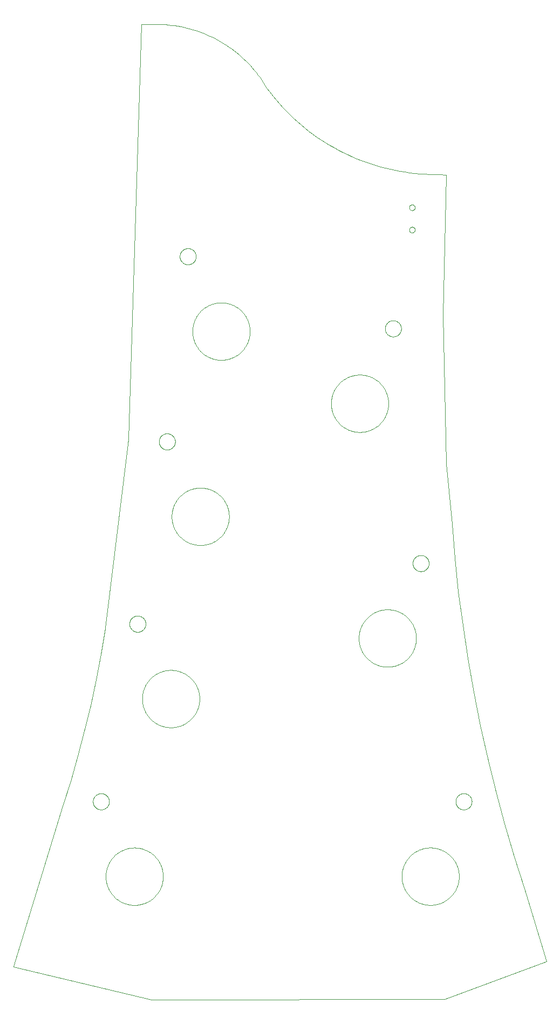
<source format=gbr>
G75*
%MOIN*%
%OFA0B0*%
%FSLAX25Y25*%
%IPPOS*%
%LPD*%
%AMOC8*
5,1,8,0,0,1.08239X$1,22.5*
%
%ADD10C,0.00000*%
D10*
X0012281Y0021236D02*
X0012335Y0021486D01*
X0042866Y0120663D01*
X0061486Y0123323D02*
X0061488Y0123464D01*
X0061494Y0123605D01*
X0061504Y0123745D01*
X0061518Y0123885D01*
X0061536Y0124025D01*
X0061557Y0124164D01*
X0061583Y0124303D01*
X0061612Y0124441D01*
X0061646Y0124577D01*
X0061683Y0124713D01*
X0061724Y0124848D01*
X0061769Y0124982D01*
X0061818Y0125114D01*
X0061870Y0125245D01*
X0061926Y0125374D01*
X0061986Y0125501D01*
X0062049Y0125627D01*
X0062115Y0125751D01*
X0062186Y0125874D01*
X0062259Y0125994D01*
X0062336Y0126112D01*
X0062416Y0126228D01*
X0062500Y0126341D01*
X0062586Y0126452D01*
X0062676Y0126561D01*
X0062769Y0126667D01*
X0062864Y0126770D01*
X0062963Y0126871D01*
X0063064Y0126969D01*
X0063168Y0127064D01*
X0063275Y0127156D01*
X0063384Y0127245D01*
X0063496Y0127330D01*
X0063610Y0127413D01*
X0063726Y0127493D01*
X0063845Y0127569D01*
X0063966Y0127641D01*
X0064088Y0127711D01*
X0064213Y0127776D01*
X0064339Y0127839D01*
X0064467Y0127897D01*
X0064597Y0127952D01*
X0064728Y0128004D01*
X0064861Y0128051D01*
X0064995Y0128095D01*
X0065130Y0128136D01*
X0065266Y0128172D01*
X0065403Y0128204D01*
X0065541Y0128233D01*
X0065679Y0128258D01*
X0065819Y0128278D01*
X0065959Y0128295D01*
X0066099Y0128308D01*
X0066240Y0128317D01*
X0066380Y0128322D01*
X0066521Y0128323D01*
X0066662Y0128320D01*
X0066803Y0128313D01*
X0066943Y0128302D01*
X0067083Y0128287D01*
X0067223Y0128268D01*
X0067362Y0128246D01*
X0067500Y0128219D01*
X0067638Y0128189D01*
X0067774Y0128154D01*
X0067910Y0128116D01*
X0068044Y0128074D01*
X0068178Y0128028D01*
X0068310Y0127979D01*
X0068440Y0127925D01*
X0068569Y0127868D01*
X0068696Y0127808D01*
X0068822Y0127744D01*
X0068945Y0127676D01*
X0069067Y0127605D01*
X0069187Y0127531D01*
X0069304Y0127453D01*
X0069419Y0127372D01*
X0069532Y0127288D01*
X0069643Y0127201D01*
X0069751Y0127110D01*
X0069856Y0127017D01*
X0069959Y0126920D01*
X0070059Y0126821D01*
X0070156Y0126719D01*
X0070250Y0126614D01*
X0070341Y0126507D01*
X0070429Y0126397D01*
X0070514Y0126285D01*
X0070596Y0126170D01*
X0070675Y0126053D01*
X0070750Y0125934D01*
X0070822Y0125813D01*
X0070890Y0125690D01*
X0070955Y0125565D01*
X0071017Y0125438D01*
X0071074Y0125309D01*
X0071129Y0125179D01*
X0071179Y0125048D01*
X0071226Y0124915D01*
X0071269Y0124781D01*
X0071308Y0124645D01*
X0071343Y0124509D01*
X0071375Y0124372D01*
X0071402Y0124234D01*
X0071426Y0124095D01*
X0071446Y0123955D01*
X0071462Y0123815D01*
X0071474Y0123675D01*
X0071482Y0123534D01*
X0071486Y0123393D01*
X0071486Y0123253D01*
X0071482Y0123112D01*
X0071474Y0122971D01*
X0071462Y0122831D01*
X0071446Y0122691D01*
X0071426Y0122551D01*
X0071402Y0122412D01*
X0071375Y0122274D01*
X0071343Y0122137D01*
X0071308Y0122001D01*
X0071269Y0121865D01*
X0071226Y0121731D01*
X0071179Y0121598D01*
X0071129Y0121467D01*
X0071074Y0121337D01*
X0071017Y0121208D01*
X0070955Y0121081D01*
X0070890Y0120956D01*
X0070822Y0120833D01*
X0070750Y0120712D01*
X0070675Y0120593D01*
X0070596Y0120476D01*
X0070514Y0120361D01*
X0070429Y0120249D01*
X0070341Y0120139D01*
X0070250Y0120032D01*
X0070156Y0119927D01*
X0070059Y0119825D01*
X0069959Y0119726D01*
X0069856Y0119629D01*
X0069751Y0119536D01*
X0069643Y0119445D01*
X0069532Y0119358D01*
X0069419Y0119274D01*
X0069304Y0119193D01*
X0069187Y0119115D01*
X0069067Y0119041D01*
X0068945Y0118970D01*
X0068822Y0118902D01*
X0068696Y0118838D01*
X0068569Y0118778D01*
X0068440Y0118721D01*
X0068310Y0118667D01*
X0068178Y0118618D01*
X0068044Y0118572D01*
X0067910Y0118530D01*
X0067774Y0118492D01*
X0067638Y0118457D01*
X0067500Y0118427D01*
X0067362Y0118400D01*
X0067223Y0118378D01*
X0067083Y0118359D01*
X0066943Y0118344D01*
X0066803Y0118333D01*
X0066662Y0118326D01*
X0066521Y0118323D01*
X0066380Y0118324D01*
X0066240Y0118329D01*
X0066099Y0118338D01*
X0065959Y0118351D01*
X0065819Y0118368D01*
X0065679Y0118388D01*
X0065541Y0118413D01*
X0065403Y0118442D01*
X0065266Y0118474D01*
X0065130Y0118510D01*
X0064995Y0118551D01*
X0064861Y0118595D01*
X0064728Y0118642D01*
X0064597Y0118694D01*
X0064467Y0118749D01*
X0064339Y0118807D01*
X0064213Y0118870D01*
X0064088Y0118935D01*
X0063966Y0119005D01*
X0063845Y0119077D01*
X0063726Y0119153D01*
X0063610Y0119233D01*
X0063496Y0119316D01*
X0063384Y0119401D01*
X0063275Y0119490D01*
X0063168Y0119582D01*
X0063064Y0119677D01*
X0062963Y0119775D01*
X0062864Y0119876D01*
X0062769Y0119979D01*
X0062676Y0120085D01*
X0062586Y0120194D01*
X0062500Y0120305D01*
X0062416Y0120418D01*
X0062336Y0120534D01*
X0062259Y0120652D01*
X0062186Y0120772D01*
X0062115Y0120895D01*
X0062049Y0121019D01*
X0061986Y0121145D01*
X0061926Y0121272D01*
X0061870Y0121401D01*
X0061818Y0121532D01*
X0061769Y0121664D01*
X0061724Y0121798D01*
X0061683Y0121933D01*
X0061646Y0122069D01*
X0061612Y0122205D01*
X0061583Y0122343D01*
X0061557Y0122482D01*
X0061536Y0122621D01*
X0061518Y0122761D01*
X0061504Y0122901D01*
X0061494Y0123041D01*
X0061488Y0123182D01*
X0061486Y0123323D01*
X0069360Y0077063D02*
X0069365Y0077498D01*
X0069381Y0077932D01*
X0069408Y0078366D01*
X0069445Y0078800D01*
X0069493Y0079232D01*
X0069552Y0079663D01*
X0069621Y0080092D01*
X0069700Y0080519D01*
X0069790Y0080945D01*
X0069891Y0081368D01*
X0070002Y0081788D01*
X0070123Y0082206D01*
X0070254Y0082620D01*
X0070396Y0083032D01*
X0070547Y0083439D01*
X0070709Y0083843D01*
X0070880Y0084243D01*
X0071061Y0084638D01*
X0071252Y0085029D01*
X0071452Y0085415D01*
X0071662Y0085796D01*
X0071881Y0086171D01*
X0072109Y0086542D01*
X0072346Y0086906D01*
X0072592Y0087265D01*
X0072847Y0087617D01*
X0073110Y0087963D01*
X0073382Y0088303D01*
X0073662Y0088635D01*
X0073950Y0088961D01*
X0074246Y0089280D01*
X0074549Y0089591D01*
X0074860Y0089894D01*
X0075179Y0090190D01*
X0075505Y0090478D01*
X0075837Y0090758D01*
X0076177Y0091030D01*
X0076523Y0091293D01*
X0076875Y0091548D01*
X0077234Y0091794D01*
X0077598Y0092031D01*
X0077969Y0092259D01*
X0078344Y0092478D01*
X0078725Y0092688D01*
X0079111Y0092888D01*
X0079502Y0093079D01*
X0079897Y0093260D01*
X0080297Y0093431D01*
X0080701Y0093593D01*
X0081108Y0093744D01*
X0081520Y0093886D01*
X0081934Y0094017D01*
X0082352Y0094138D01*
X0082772Y0094249D01*
X0083195Y0094350D01*
X0083621Y0094440D01*
X0084048Y0094519D01*
X0084477Y0094588D01*
X0084908Y0094647D01*
X0085340Y0094695D01*
X0085774Y0094732D01*
X0086208Y0094759D01*
X0086642Y0094775D01*
X0087077Y0094780D01*
X0087512Y0094775D01*
X0087946Y0094759D01*
X0088380Y0094732D01*
X0088814Y0094695D01*
X0089246Y0094647D01*
X0089677Y0094588D01*
X0090106Y0094519D01*
X0090533Y0094440D01*
X0090959Y0094350D01*
X0091382Y0094249D01*
X0091802Y0094138D01*
X0092220Y0094017D01*
X0092634Y0093886D01*
X0093046Y0093744D01*
X0093453Y0093593D01*
X0093857Y0093431D01*
X0094257Y0093260D01*
X0094652Y0093079D01*
X0095043Y0092888D01*
X0095429Y0092688D01*
X0095810Y0092478D01*
X0096185Y0092259D01*
X0096556Y0092031D01*
X0096920Y0091794D01*
X0097279Y0091548D01*
X0097631Y0091293D01*
X0097977Y0091030D01*
X0098317Y0090758D01*
X0098649Y0090478D01*
X0098975Y0090190D01*
X0099294Y0089894D01*
X0099605Y0089591D01*
X0099908Y0089280D01*
X0100204Y0088961D01*
X0100492Y0088635D01*
X0100772Y0088303D01*
X0101044Y0087963D01*
X0101307Y0087617D01*
X0101562Y0087265D01*
X0101808Y0086906D01*
X0102045Y0086542D01*
X0102273Y0086171D01*
X0102492Y0085796D01*
X0102702Y0085415D01*
X0102902Y0085029D01*
X0103093Y0084638D01*
X0103274Y0084243D01*
X0103445Y0083843D01*
X0103607Y0083439D01*
X0103758Y0083032D01*
X0103900Y0082620D01*
X0104031Y0082206D01*
X0104152Y0081788D01*
X0104263Y0081368D01*
X0104364Y0080945D01*
X0104454Y0080519D01*
X0104533Y0080092D01*
X0104602Y0079663D01*
X0104661Y0079232D01*
X0104709Y0078800D01*
X0104746Y0078366D01*
X0104773Y0077932D01*
X0104789Y0077498D01*
X0104794Y0077063D01*
X0104789Y0076628D01*
X0104773Y0076194D01*
X0104746Y0075760D01*
X0104709Y0075326D01*
X0104661Y0074894D01*
X0104602Y0074463D01*
X0104533Y0074034D01*
X0104454Y0073607D01*
X0104364Y0073181D01*
X0104263Y0072758D01*
X0104152Y0072338D01*
X0104031Y0071920D01*
X0103900Y0071506D01*
X0103758Y0071094D01*
X0103607Y0070687D01*
X0103445Y0070283D01*
X0103274Y0069883D01*
X0103093Y0069488D01*
X0102902Y0069097D01*
X0102702Y0068711D01*
X0102492Y0068330D01*
X0102273Y0067955D01*
X0102045Y0067584D01*
X0101808Y0067220D01*
X0101562Y0066861D01*
X0101307Y0066509D01*
X0101044Y0066163D01*
X0100772Y0065823D01*
X0100492Y0065491D01*
X0100204Y0065165D01*
X0099908Y0064846D01*
X0099605Y0064535D01*
X0099294Y0064232D01*
X0098975Y0063936D01*
X0098649Y0063648D01*
X0098317Y0063368D01*
X0097977Y0063096D01*
X0097631Y0062833D01*
X0097279Y0062578D01*
X0096920Y0062332D01*
X0096556Y0062095D01*
X0096185Y0061867D01*
X0095810Y0061648D01*
X0095429Y0061438D01*
X0095043Y0061238D01*
X0094652Y0061047D01*
X0094257Y0060866D01*
X0093857Y0060695D01*
X0093453Y0060533D01*
X0093046Y0060382D01*
X0092634Y0060240D01*
X0092220Y0060109D01*
X0091802Y0059988D01*
X0091382Y0059877D01*
X0090959Y0059776D01*
X0090533Y0059686D01*
X0090106Y0059607D01*
X0089677Y0059538D01*
X0089246Y0059479D01*
X0088814Y0059431D01*
X0088380Y0059394D01*
X0087946Y0059367D01*
X0087512Y0059351D01*
X0087077Y0059346D01*
X0086642Y0059351D01*
X0086208Y0059367D01*
X0085774Y0059394D01*
X0085340Y0059431D01*
X0084908Y0059479D01*
X0084477Y0059538D01*
X0084048Y0059607D01*
X0083621Y0059686D01*
X0083195Y0059776D01*
X0082772Y0059877D01*
X0082352Y0059988D01*
X0081934Y0060109D01*
X0081520Y0060240D01*
X0081108Y0060382D01*
X0080701Y0060533D01*
X0080297Y0060695D01*
X0079897Y0060866D01*
X0079502Y0061047D01*
X0079111Y0061238D01*
X0078725Y0061438D01*
X0078344Y0061648D01*
X0077969Y0061867D01*
X0077598Y0062095D01*
X0077234Y0062332D01*
X0076875Y0062578D01*
X0076523Y0062833D01*
X0076177Y0063096D01*
X0075837Y0063368D01*
X0075505Y0063648D01*
X0075179Y0063936D01*
X0074860Y0064232D01*
X0074549Y0064535D01*
X0074246Y0064846D01*
X0073950Y0065165D01*
X0073662Y0065491D01*
X0073382Y0065823D01*
X0073110Y0066163D01*
X0072847Y0066509D01*
X0072592Y0066861D01*
X0072346Y0067220D01*
X0072109Y0067584D01*
X0071881Y0067955D01*
X0071662Y0068330D01*
X0071452Y0068711D01*
X0071252Y0069097D01*
X0071061Y0069488D01*
X0070880Y0069883D01*
X0070709Y0070283D01*
X0070547Y0070687D01*
X0070396Y0071094D01*
X0070254Y0071506D01*
X0070123Y0071920D01*
X0070002Y0072338D01*
X0069891Y0072758D01*
X0069790Y0073181D01*
X0069700Y0073607D01*
X0069621Y0074034D01*
X0069552Y0074463D01*
X0069493Y0074894D01*
X0069445Y0075326D01*
X0069408Y0075760D01*
X0069381Y0076194D01*
X0069365Y0076628D01*
X0069360Y0077063D01*
X0012281Y0021236D02*
X0097754Y0001000D01*
X0278817Y0001197D01*
X0341809Y0024701D01*
X0341835Y0024701D01*
X0328202Y0069509D01*
X0285545Y0123343D02*
X0285547Y0123484D01*
X0285553Y0123625D01*
X0285563Y0123765D01*
X0285577Y0123905D01*
X0285595Y0124045D01*
X0285616Y0124184D01*
X0285642Y0124323D01*
X0285671Y0124461D01*
X0285705Y0124597D01*
X0285742Y0124733D01*
X0285783Y0124868D01*
X0285828Y0125002D01*
X0285877Y0125134D01*
X0285929Y0125265D01*
X0285985Y0125394D01*
X0286045Y0125521D01*
X0286108Y0125647D01*
X0286174Y0125771D01*
X0286245Y0125894D01*
X0286318Y0126014D01*
X0286395Y0126132D01*
X0286475Y0126248D01*
X0286559Y0126361D01*
X0286645Y0126472D01*
X0286735Y0126581D01*
X0286828Y0126687D01*
X0286923Y0126790D01*
X0287022Y0126891D01*
X0287123Y0126989D01*
X0287227Y0127084D01*
X0287334Y0127176D01*
X0287443Y0127265D01*
X0287555Y0127350D01*
X0287669Y0127433D01*
X0287785Y0127513D01*
X0287904Y0127589D01*
X0288025Y0127661D01*
X0288147Y0127731D01*
X0288272Y0127796D01*
X0288398Y0127859D01*
X0288526Y0127917D01*
X0288656Y0127972D01*
X0288787Y0128024D01*
X0288920Y0128071D01*
X0289054Y0128115D01*
X0289189Y0128156D01*
X0289325Y0128192D01*
X0289462Y0128224D01*
X0289600Y0128253D01*
X0289738Y0128278D01*
X0289878Y0128298D01*
X0290018Y0128315D01*
X0290158Y0128328D01*
X0290299Y0128337D01*
X0290439Y0128342D01*
X0290580Y0128343D01*
X0290721Y0128340D01*
X0290862Y0128333D01*
X0291002Y0128322D01*
X0291142Y0128307D01*
X0291282Y0128288D01*
X0291421Y0128266D01*
X0291559Y0128239D01*
X0291697Y0128209D01*
X0291833Y0128174D01*
X0291969Y0128136D01*
X0292103Y0128094D01*
X0292237Y0128048D01*
X0292369Y0127999D01*
X0292499Y0127945D01*
X0292628Y0127888D01*
X0292755Y0127828D01*
X0292881Y0127764D01*
X0293004Y0127696D01*
X0293126Y0127625D01*
X0293246Y0127551D01*
X0293363Y0127473D01*
X0293478Y0127392D01*
X0293591Y0127308D01*
X0293702Y0127221D01*
X0293810Y0127130D01*
X0293915Y0127037D01*
X0294018Y0126940D01*
X0294118Y0126841D01*
X0294215Y0126739D01*
X0294309Y0126634D01*
X0294400Y0126527D01*
X0294488Y0126417D01*
X0294573Y0126305D01*
X0294655Y0126190D01*
X0294734Y0126073D01*
X0294809Y0125954D01*
X0294881Y0125833D01*
X0294949Y0125710D01*
X0295014Y0125585D01*
X0295076Y0125458D01*
X0295133Y0125329D01*
X0295188Y0125199D01*
X0295238Y0125068D01*
X0295285Y0124935D01*
X0295328Y0124801D01*
X0295367Y0124665D01*
X0295402Y0124529D01*
X0295434Y0124392D01*
X0295461Y0124254D01*
X0295485Y0124115D01*
X0295505Y0123975D01*
X0295521Y0123835D01*
X0295533Y0123695D01*
X0295541Y0123554D01*
X0295545Y0123413D01*
X0295545Y0123273D01*
X0295541Y0123132D01*
X0295533Y0122991D01*
X0295521Y0122851D01*
X0295505Y0122711D01*
X0295485Y0122571D01*
X0295461Y0122432D01*
X0295434Y0122294D01*
X0295402Y0122157D01*
X0295367Y0122021D01*
X0295328Y0121885D01*
X0295285Y0121751D01*
X0295238Y0121618D01*
X0295188Y0121487D01*
X0295133Y0121357D01*
X0295076Y0121228D01*
X0295014Y0121101D01*
X0294949Y0120976D01*
X0294881Y0120853D01*
X0294809Y0120732D01*
X0294734Y0120613D01*
X0294655Y0120496D01*
X0294573Y0120381D01*
X0294488Y0120269D01*
X0294400Y0120159D01*
X0294309Y0120052D01*
X0294215Y0119947D01*
X0294118Y0119845D01*
X0294018Y0119746D01*
X0293915Y0119649D01*
X0293810Y0119556D01*
X0293702Y0119465D01*
X0293591Y0119378D01*
X0293478Y0119294D01*
X0293363Y0119213D01*
X0293246Y0119135D01*
X0293126Y0119061D01*
X0293004Y0118990D01*
X0292881Y0118922D01*
X0292755Y0118858D01*
X0292628Y0118798D01*
X0292499Y0118741D01*
X0292369Y0118687D01*
X0292237Y0118638D01*
X0292103Y0118592D01*
X0291969Y0118550D01*
X0291833Y0118512D01*
X0291697Y0118477D01*
X0291559Y0118447D01*
X0291421Y0118420D01*
X0291282Y0118398D01*
X0291142Y0118379D01*
X0291002Y0118364D01*
X0290862Y0118353D01*
X0290721Y0118346D01*
X0290580Y0118343D01*
X0290439Y0118344D01*
X0290299Y0118349D01*
X0290158Y0118358D01*
X0290018Y0118371D01*
X0289878Y0118388D01*
X0289738Y0118408D01*
X0289600Y0118433D01*
X0289462Y0118462D01*
X0289325Y0118494D01*
X0289189Y0118530D01*
X0289054Y0118571D01*
X0288920Y0118615D01*
X0288787Y0118662D01*
X0288656Y0118714D01*
X0288526Y0118769D01*
X0288398Y0118827D01*
X0288272Y0118890D01*
X0288147Y0118955D01*
X0288025Y0119025D01*
X0287904Y0119097D01*
X0287785Y0119173D01*
X0287669Y0119253D01*
X0287555Y0119336D01*
X0287443Y0119421D01*
X0287334Y0119510D01*
X0287227Y0119602D01*
X0287123Y0119697D01*
X0287022Y0119795D01*
X0286923Y0119896D01*
X0286828Y0119999D01*
X0286735Y0120105D01*
X0286645Y0120214D01*
X0286559Y0120325D01*
X0286475Y0120438D01*
X0286395Y0120554D01*
X0286318Y0120672D01*
X0286245Y0120792D01*
X0286174Y0120915D01*
X0286108Y0121039D01*
X0286045Y0121165D01*
X0285985Y0121292D01*
X0285929Y0121421D01*
X0285877Y0121552D01*
X0285828Y0121684D01*
X0285783Y0121818D01*
X0285742Y0121953D01*
X0285705Y0122089D01*
X0285671Y0122225D01*
X0285642Y0122363D01*
X0285616Y0122502D01*
X0285595Y0122641D01*
X0285577Y0122781D01*
X0285563Y0122921D01*
X0285553Y0123061D01*
X0285547Y0123202D01*
X0285545Y0123343D01*
X0252238Y0077083D02*
X0252243Y0077518D01*
X0252259Y0077952D01*
X0252286Y0078386D01*
X0252323Y0078820D01*
X0252371Y0079252D01*
X0252430Y0079683D01*
X0252499Y0080112D01*
X0252578Y0080539D01*
X0252668Y0080965D01*
X0252769Y0081388D01*
X0252880Y0081808D01*
X0253001Y0082226D01*
X0253132Y0082640D01*
X0253274Y0083052D01*
X0253425Y0083459D01*
X0253587Y0083863D01*
X0253758Y0084263D01*
X0253939Y0084658D01*
X0254130Y0085049D01*
X0254330Y0085435D01*
X0254540Y0085816D01*
X0254759Y0086191D01*
X0254987Y0086562D01*
X0255224Y0086926D01*
X0255470Y0087285D01*
X0255725Y0087637D01*
X0255988Y0087983D01*
X0256260Y0088323D01*
X0256540Y0088655D01*
X0256828Y0088981D01*
X0257124Y0089300D01*
X0257427Y0089611D01*
X0257738Y0089914D01*
X0258057Y0090210D01*
X0258383Y0090498D01*
X0258715Y0090778D01*
X0259055Y0091050D01*
X0259401Y0091313D01*
X0259753Y0091568D01*
X0260112Y0091814D01*
X0260476Y0092051D01*
X0260847Y0092279D01*
X0261222Y0092498D01*
X0261603Y0092708D01*
X0261989Y0092908D01*
X0262380Y0093099D01*
X0262775Y0093280D01*
X0263175Y0093451D01*
X0263579Y0093613D01*
X0263986Y0093764D01*
X0264398Y0093906D01*
X0264812Y0094037D01*
X0265230Y0094158D01*
X0265650Y0094269D01*
X0266073Y0094370D01*
X0266499Y0094460D01*
X0266926Y0094539D01*
X0267355Y0094608D01*
X0267786Y0094667D01*
X0268218Y0094715D01*
X0268652Y0094752D01*
X0269086Y0094779D01*
X0269520Y0094795D01*
X0269955Y0094800D01*
X0270390Y0094795D01*
X0270824Y0094779D01*
X0271258Y0094752D01*
X0271692Y0094715D01*
X0272124Y0094667D01*
X0272555Y0094608D01*
X0272984Y0094539D01*
X0273411Y0094460D01*
X0273837Y0094370D01*
X0274260Y0094269D01*
X0274680Y0094158D01*
X0275098Y0094037D01*
X0275512Y0093906D01*
X0275924Y0093764D01*
X0276331Y0093613D01*
X0276735Y0093451D01*
X0277135Y0093280D01*
X0277530Y0093099D01*
X0277921Y0092908D01*
X0278307Y0092708D01*
X0278688Y0092498D01*
X0279063Y0092279D01*
X0279434Y0092051D01*
X0279798Y0091814D01*
X0280157Y0091568D01*
X0280509Y0091313D01*
X0280855Y0091050D01*
X0281195Y0090778D01*
X0281527Y0090498D01*
X0281853Y0090210D01*
X0282172Y0089914D01*
X0282483Y0089611D01*
X0282786Y0089300D01*
X0283082Y0088981D01*
X0283370Y0088655D01*
X0283650Y0088323D01*
X0283922Y0087983D01*
X0284185Y0087637D01*
X0284440Y0087285D01*
X0284686Y0086926D01*
X0284923Y0086562D01*
X0285151Y0086191D01*
X0285370Y0085816D01*
X0285580Y0085435D01*
X0285780Y0085049D01*
X0285971Y0084658D01*
X0286152Y0084263D01*
X0286323Y0083863D01*
X0286485Y0083459D01*
X0286636Y0083052D01*
X0286778Y0082640D01*
X0286909Y0082226D01*
X0287030Y0081808D01*
X0287141Y0081388D01*
X0287242Y0080965D01*
X0287332Y0080539D01*
X0287411Y0080112D01*
X0287480Y0079683D01*
X0287539Y0079252D01*
X0287587Y0078820D01*
X0287624Y0078386D01*
X0287651Y0077952D01*
X0287667Y0077518D01*
X0287672Y0077083D01*
X0287667Y0076648D01*
X0287651Y0076214D01*
X0287624Y0075780D01*
X0287587Y0075346D01*
X0287539Y0074914D01*
X0287480Y0074483D01*
X0287411Y0074054D01*
X0287332Y0073627D01*
X0287242Y0073201D01*
X0287141Y0072778D01*
X0287030Y0072358D01*
X0286909Y0071940D01*
X0286778Y0071526D01*
X0286636Y0071114D01*
X0286485Y0070707D01*
X0286323Y0070303D01*
X0286152Y0069903D01*
X0285971Y0069508D01*
X0285780Y0069117D01*
X0285580Y0068731D01*
X0285370Y0068350D01*
X0285151Y0067975D01*
X0284923Y0067604D01*
X0284686Y0067240D01*
X0284440Y0066881D01*
X0284185Y0066529D01*
X0283922Y0066183D01*
X0283650Y0065843D01*
X0283370Y0065511D01*
X0283082Y0065185D01*
X0282786Y0064866D01*
X0282483Y0064555D01*
X0282172Y0064252D01*
X0281853Y0063956D01*
X0281527Y0063668D01*
X0281195Y0063388D01*
X0280855Y0063116D01*
X0280509Y0062853D01*
X0280157Y0062598D01*
X0279798Y0062352D01*
X0279434Y0062115D01*
X0279063Y0061887D01*
X0278688Y0061668D01*
X0278307Y0061458D01*
X0277921Y0061258D01*
X0277530Y0061067D01*
X0277135Y0060886D01*
X0276735Y0060715D01*
X0276331Y0060553D01*
X0275924Y0060402D01*
X0275512Y0060260D01*
X0275098Y0060129D01*
X0274680Y0060008D01*
X0274260Y0059897D01*
X0273837Y0059796D01*
X0273411Y0059706D01*
X0272984Y0059627D01*
X0272555Y0059558D01*
X0272124Y0059499D01*
X0271692Y0059451D01*
X0271258Y0059414D01*
X0270824Y0059387D01*
X0270390Y0059371D01*
X0269955Y0059366D01*
X0269520Y0059371D01*
X0269086Y0059387D01*
X0268652Y0059414D01*
X0268218Y0059451D01*
X0267786Y0059499D01*
X0267355Y0059558D01*
X0266926Y0059627D01*
X0266499Y0059706D01*
X0266073Y0059796D01*
X0265650Y0059897D01*
X0265230Y0060008D01*
X0264812Y0060129D01*
X0264398Y0060260D01*
X0263986Y0060402D01*
X0263579Y0060553D01*
X0263175Y0060715D01*
X0262775Y0060886D01*
X0262380Y0061067D01*
X0261989Y0061258D01*
X0261603Y0061458D01*
X0261222Y0061668D01*
X0260847Y0061887D01*
X0260476Y0062115D01*
X0260112Y0062352D01*
X0259753Y0062598D01*
X0259401Y0062853D01*
X0259055Y0063116D01*
X0258715Y0063388D01*
X0258383Y0063668D01*
X0258057Y0063956D01*
X0257738Y0064252D01*
X0257427Y0064555D01*
X0257124Y0064866D01*
X0256828Y0065185D01*
X0256540Y0065511D01*
X0256260Y0065843D01*
X0255988Y0066183D01*
X0255725Y0066529D01*
X0255470Y0066881D01*
X0255224Y0067240D01*
X0254987Y0067604D01*
X0254759Y0067975D01*
X0254540Y0068350D01*
X0254330Y0068731D01*
X0254130Y0069117D01*
X0253939Y0069508D01*
X0253758Y0069903D01*
X0253587Y0070303D01*
X0253425Y0070707D01*
X0253274Y0071114D01*
X0253132Y0071526D01*
X0253001Y0071940D01*
X0252880Y0072358D01*
X0252769Y0072778D01*
X0252668Y0073201D01*
X0252578Y0073627D01*
X0252499Y0074054D01*
X0252430Y0074483D01*
X0252371Y0074914D01*
X0252323Y0075346D01*
X0252286Y0075780D01*
X0252259Y0076214D01*
X0252243Y0076648D01*
X0252238Y0077083D01*
X0225742Y0224165D02*
X0225747Y0224600D01*
X0225763Y0225034D01*
X0225790Y0225468D01*
X0225827Y0225902D01*
X0225875Y0226334D01*
X0225934Y0226765D01*
X0226003Y0227194D01*
X0226082Y0227621D01*
X0226172Y0228047D01*
X0226273Y0228470D01*
X0226384Y0228890D01*
X0226505Y0229308D01*
X0226636Y0229722D01*
X0226778Y0230134D01*
X0226929Y0230541D01*
X0227091Y0230945D01*
X0227262Y0231345D01*
X0227443Y0231740D01*
X0227634Y0232131D01*
X0227834Y0232517D01*
X0228044Y0232898D01*
X0228263Y0233273D01*
X0228491Y0233644D01*
X0228728Y0234008D01*
X0228974Y0234367D01*
X0229229Y0234719D01*
X0229492Y0235065D01*
X0229764Y0235405D01*
X0230044Y0235737D01*
X0230332Y0236063D01*
X0230628Y0236382D01*
X0230931Y0236693D01*
X0231242Y0236996D01*
X0231561Y0237292D01*
X0231887Y0237580D01*
X0232219Y0237860D01*
X0232559Y0238132D01*
X0232905Y0238395D01*
X0233257Y0238650D01*
X0233616Y0238896D01*
X0233980Y0239133D01*
X0234351Y0239361D01*
X0234726Y0239580D01*
X0235107Y0239790D01*
X0235493Y0239990D01*
X0235884Y0240181D01*
X0236279Y0240362D01*
X0236679Y0240533D01*
X0237083Y0240695D01*
X0237490Y0240846D01*
X0237902Y0240988D01*
X0238316Y0241119D01*
X0238734Y0241240D01*
X0239154Y0241351D01*
X0239577Y0241452D01*
X0240003Y0241542D01*
X0240430Y0241621D01*
X0240859Y0241690D01*
X0241290Y0241749D01*
X0241722Y0241797D01*
X0242156Y0241834D01*
X0242590Y0241861D01*
X0243024Y0241877D01*
X0243459Y0241882D01*
X0243894Y0241877D01*
X0244328Y0241861D01*
X0244762Y0241834D01*
X0245196Y0241797D01*
X0245628Y0241749D01*
X0246059Y0241690D01*
X0246488Y0241621D01*
X0246915Y0241542D01*
X0247341Y0241452D01*
X0247764Y0241351D01*
X0248184Y0241240D01*
X0248602Y0241119D01*
X0249016Y0240988D01*
X0249428Y0240846D01*
X0249835Y0240695D01*
X0250239Y0240533D01*
X0250639Y0240362D01*
X0251034Y0240181D01*
X0251425Y0239990D01*
X0251811Y0239790D01*
X0252192Y0239580D01*
X0252567Y0239361D01*
X0252938Y0239133D01*
X0253302Y0238896D01*
X0253661Y0238650D01*
X0254013Y0238395D01*
X0254359Y0238132D01*
X0254699Y0237860D01*
X0255031Y0237580D01*
X0255357Y0237292D01*
X0255676Y0236996D01*
X0255987Y0236693D01*
X0256290Y0236382D01*
X0256586Y0236063D01*
X0256874Y0235737D01*
X0257154Y0235405D01*
X0257426Y0235065D01*
X0257689Y0234719D01*
X0257944Y0234367D01*
X0258190Y0234008D01*
X0258427Y0233644D01*
X0258655Y0233273D01*
X0258874Y0232898D01*
X0259084Y0232517D01*
X0259284Y0232131D01*
X0259475Y0231740D01*
X0259656Y0231345D01*
X0259827Y0230945D01*
X0259989Y0230541D01*
X0260140Y0230134D01*
X0260282Y0229722D01*
X0260413Y0229308D01*
X0260534Y0228890D01*
X0260645Y0228470D01*
X0260746Y0228047D01*
X0260836Y0227621D01*
X0260915Y0227194D01*
X0260984Y0226765D01*
X0261043Y0226334D01*
X0261091Y0225902D01*
X0261128Y0225468D01*
X0261155Y0225034D01*
X0261171Y0224600D01*
X0261176Y0224165D01*
X0261171Y0223730D01*
X0261155Y0223296D01*
X0261128Y0222862D01*
X0261091Y0222428D01*
X0261043Y0221996D01*
X0260984Y0221565D01*
X0260915Y0221136D01*
X0260836Y0220709D01*
X0260746Y0220283D01*
X0260645Y0219860D01*
X0260534Y0219440D01*
X0260413Y0219022D01*
X0260282Y0218608D01*
X0260140Y0218196D01*
X0259989Y0217789D01*
X0259827Y0217385D01*
X0259656Y0216985D01*
X0259475Y0216590D01*
X0259284Y0216199D01*
X0259084Y0215813D01*
X0258874Y0215432D01*
X0258655Y0215057D01*
X0258427Y0214686D01*
X0258190Y0214322D01*
X0257944Y0213963D01*
X0257689Y0213611D01*
X0257426Y0213265D01*
X0257154Y0212925D01*
X0256874Y0212593D01*
X0256586Y0212267D01*
X0256290Y0211948D01*
X0255987Y0211637D01*
X0255676Y0211334D01*
X0255357Y0211038D01*
X0255031Y0210750D01*
X0254699Y0210470D01*
X0254359Y0210198D01*
X0254013Y0209935D01*
X0253661Y0209680D01*
X0253302Y0209434D01*
X0252938Y0209197D01*
X0252567Y0208969D01*
X0252192Y0208750D01*
X0251811Y0208540D01*
X0251425Y0208340D01*
X0251034Y0208149D01*
X0250639Y0207968D01*
X0250239Y0207797D01*
X0249835Y0207635D01*
X0249428Y0207484D01*
X0249016Y0207342D01*
X0248602Y0207211D01*
X0248184Y0207090D01*
X0247764Y0206979D01*
X0247341Y0206878D01*
X0246915Y0206788D01*
X0246488Y0206709D01*
X0246059Y0206640D01*
X0245628Y0206581D01*
X0245196Y0206533D01*
X0244762Y0206496D01*
X0244328Y0206469D01*
X0243894Y0206453D01*
X0243459Y0206448D01*
X0243024Y0206453D01*
X0242590Y0206469D01*
X0242156Y0206496D01*
X0241722Y0206533D01*
X0241290Y0206581D01*
X0240859Y0206640D01*
X0240430Y0206709D01*
X0240003Y0206788D01*
X0239577Y0206878D01*
X0239154Y0206979D01*
X0238734Y0207090D01*
X0238316Y0207211D01*
X0237902Y0207342D01*
X0237490Y0207484D01*
X0237083Y0207635D01*
X0236679Y0207797D01*
X0236279Y0207968D01*
X0235884Y0208149D01*
X0235493Y0208340D01*
X0235107Y0208540D01*
X0234726Y0208750D01*
X0234351Y0208969D01*
X0233980Y0209197D01*
X0233616Y0209434D01*
X0233257Y0209680D01*
X0232905Y0209935D01*
X0232559Y0210198D01*
X0232219Y0210470D01*
X0231887Y0210750D01*
X0231561Y0211038D01*
X0231242Y0211334D01*
X0230931Y0211637D01*
X0230628Y0211948D01*
X0230332Y0212267D01*
X0230044Y0212593D01*
X0229764Y0212925D01*
X0229492Y0213265D01*
X0229229Y0213611D01*
X0228974Y0213963D01*
X0228728Y0214322D01*
X0228491Y0214686D01*
X0228263Y0215057D01*
X0228044Y0215432D01*
X0227834Y0215813D01*
X0227634Y0216199D01*
X0227443Y0216590D01*
X0227262Y0216985D01*
X0227091Y0217385D01*
X0226929Y0217789D01*
X0226778Y0218196D01*
X0226636Y0218608D01*
X0226505Y0219022D01*
X0226384Y0219440D01*
X0226273Y0219860D01*
X0226172Y0220283D01*
X0226082Y0220709D01*
X0226003Y0221136D01*
X0225934Y0221565D01*
X0225875Y0221996D01*
X0225827Y0222428D01*
X0225790Y0222862D01*
X0225763Y0223296D01*
X0225747Y0223730D01*
X0225742Y0224165D01*
X0259049Y0270425D02*
X0259051Y0270566D01*
X0259057Y0270707D01*
X0259067Y0270847D01*
X0259081Y0270987D01*
X0259099Y0271127D01*
X0259120Y0271266D01*
X0259146Y0271405D01*
X0259175Y0271543D01*
X0259209Y0271679D01*
X0259246Y0271815D01*
X0259287Y0271950D01*
X0259332Y0272084D01*
X0259381Y0272216D01*
X0259433Y0272347D01*
X0259489Y0272476D01*
X0259549Y0272603D01*
X0259612Y0272729D01*
X0259678Y0272853D01*
X0259749Y0272976D01*
X0259822Y0273096D01*
X0259899Y0273214D01*
X0259979Y0273330D01*
X0260063Y0273443D01*
X0260149Y0273554D01*
X0260239Y0273663D01*
X0260332Y0273769D01*
X0260427Y0273872D01*
X0260526Y0273973D01*
X0260627Y0274071D01*
X0260731Y0274166D01*
X0260838Y0274258D01*
X0260947Y0274347D01*
X0261059Y0274432D01*
X0261173Y0274515D01*
X0261289Y0274595D01*
X0261408Y0274671D01*
X0261529Y0274743D01*
X0261651Y0274813D01*
X0261776Y0274878D01*
X0261902Y0274941D01*
X0262030Y0274999D01*
X0262160Y0275054D01*
X0262291Y0275106D01*
X0262424Y0275153D01*
X0262558Y0275197D01*
X0262693Y0275238D01*
X0262829Y0275274D01*
X0262966Y0275306D01*
X0263104Y0275335D01*
X0263242Y0275360D01*
X0263382Y0275380D01*
X0263522Y0275397D01*
X0263662Y0275410D01*
X0263803Y0275419D01*
X0263943Y0275424D01*
X0264084Y0275425D01*
X0264225Y0275422D01*
X0264366Y0275415D01*
X0264506Y0275404D01*
X0264646Y0275389D01*
X0264786Y0275370D01*
X0264925Y0275348D01*
X0265063Y0275321D01*
X0265201Y0275291D01*
X0265337Y0275256D01*
X0265473Y0275218D01*
X0265607Y0275176D01*
X0265741Y0275130D01*
X0265873Y0275081D01*
X0266003Y0275027D01*
X0266132Y0274970D01*
X0266259Y0274910D01*
X0266385Y0274846D01*
X0266508Y0274778D01*
X0266630Y0274707D01*
X0266750Y0274633D01*
X0266867Y0274555D01*
X0266982Y0274474D01*
X0267095Y0274390D01*
X0267206Y0274303D01*
X0267314Y0274212D01*
X0267419Y0274119D01*
X0267522Y0274022D01*
X0267622Y0273923D01*
X0267719Y0273821D01*
X0267813Y0273716D01*
X0267904Y0273609D01*
X0267992Y0273499D01*
X0268077Y0273387D01*
X0268159Y0273272D01*
X0268238Y0273155D01*
X0268313Y0273036D01*
X0268385Y0272915D01*
X0268453Y0272792D01*
X0268518Y0272667D01*
X0268580Y0272540D01*
X0268637Y0272411D01*
X0268692Y0272281D01*
X0268742Y0272150D01*
X0268789Y0272017D01*
X0268832Y0271883D01*
X0268871Y0271747D01*
X0268906Y0271611D01*
X0268938Y0271474D01*
X0268965Y0271336D01*
X0268989Y0271197D01*
X0269009Y0271057D01*
X0269025Y0270917D01*
X0269037Y0270777D01*
X0269045Y0270636D01*
X0269049Y0270495D01*
X0269049Y0270355D01*
X0269045Y0270214D01*
X0269037Y0270073D01*
X0269025Y0269933D01*
X0269009Y0269793D01*
X0268989Y0269653D01*
X0268965Y0269514D01*
X0268938Y0269376D01*
X0268906Y0269239D01*
X0268871Y0269103D01*
X0268832Y0268967D01*
X0268789Y0268833D01*
X0268742Y0268700D01*
X0268692Y0268569D01*
X0268637Y0268439D01*
X0268580Y0268310D01*
X0268518Y0268183D01*
X0268453Y0268058D01*
X0268385Y0267935D01*
X0268313Y0267814D01*
X0268238Y0267695D01*
X0268159Y0267578D01*
X0268077Y0267463D01*
X0267992Y0267351D01*
X0267904Y0267241D01*
X0267813Y0267134D01*
X0267719Y0267029D01*
X0267622Y0266927D01*
X0267522Y0266828D01*
X0267419Y0266731D01*
X0267314Y0266638D01*
X0267206Y0266547D01*
X0267095Y0266460D01*
X0266982Y0266376D01*
X0266867Y0266295D01*
X0266750Y0266217D01*
X0266630Y0266143D01*
X0266508Y0266072D01*
X0266385Y0266004D01*
X0266259Y0265940D01*
X0266132Y0265880D01*
X0266003Y0265823D01*
X0265873Y0265769D01*
X0265741Y0265720D01*
X0265607Y0265674D01*
X0265473Y0265632D01*
X0265337Y0265594D01*
X0265201Y0265559D01*
X0265063Y0265529D01*
X0264925Y0265502D01*
X0264786Y0265480D01*
X0264646Y0265461D01*
X0264506Y0265446D01*
X0264366Y0265435D01*
X0264225Y0265428D01*
X0264084Y0265425D01*
X0263943Y0265426D01*
X0263803Y0265431D01*
X0263662Y0265440D01*
X0263522Y0265453D01*
X0263382Y0265470D01*
X0263242Y0265490D01*
X0263104Y0265515D01*
X0262966Y0265544D01*
X0262829Y0265576D01*
X0262693Y0265612D01*
X0262558Y0265653D01*
X0262424Y0265697D01*
X0262291Y0265744D01*
X0262160Y0265796D01*
X0262030Y0265851D01*
X0261902Y0265909D01*
X0261776Y0265972D01*
X0261651Y0266037D01*
X0261529Y0266107D01*
X0261408Y0266179D01*
X0261289Y0266255D01*
X0261173Y0266335D01*
X0261059Y0266418D01*
X0260947Y0266503D01*
X0260838Y0266592D01*
X0260731Y0266684D01*
X0260627Y0266779D01*
X0260526Y0266877D01*
X0260427Y0266978D01*
X0260332Y0267081D01*
X0260239Y0267187D01*
X0260149Y0267296D01*
X0260063Y0267407D01*
X0259979Y0267520D01*
X0259899Y0267636D01*
X0259822Y0267754D01*
X0259749Y0267874D01*
X0259678Y0267997D01*
X0259612Y0268121D01*
X0259549Y0268247D01*
X0259489Y0268374D01*
X0259433Y0268503D01*
X0259381Y0268634D01*
X0259332Y0268766D01*
X0259287Y0268900D01*
X0259246Y0269035D01*
X0259209Y0269171D01*
X0259175Y0269307D01*
X0259146Y0269445D01*
X0259120Y0269584D01*
X0259099Y0269723D01*
X0259081Y0269863D01*
X0259067Y0270003D01*
X0259057Y0270143D01*
X0259051Y0270284D01*
X0259049Y0270425D01*
X0283248Y0294547D02*
X0279785Y0332012D01*
X0277683Y0423949D01*
X0279604Y0510281D01*
X0275741Y0510691D01*
X0256879Y0490157D02*
X0256881Y0490241D01*
X0256887Y0490324D01*
X0256897Y0490407D01*
X0256911Y0490490D01*
X0256928Y0490572D01*
X0256950Y0490653D01*
X0256975Y0490732D01*
X0257004Y0490811D01*
X0257037Y0490888D01*
X0257073Y0490963D01*
X0257113Y0491037D01*
X0257156Y0491109D01*
X0257203Y0491178D01*
X0257253Y0491245D01*
X0257306Y0491310D01*
X0257362Y0491372D01*
X0257420Y0491432D01*
X0257482Y0491489D01*
X0257546Y0491542D01*
X0257613Y0491593D01*
X0257682Y0491640D01*
X0257753Y0491685D01*
X0257826Y0491725D01*
X0257901Y0491762D01*
X0257978Y0491796D01*
X0258056Y0491826D01*
X0258135Y0491852D01*
X0258216Y0491875D01*
X0258298Y0491893D01*
X0258380Y0491908D01*
X0258463Y0491919D01*
X0258546Y0491926D01*
X0258630Y0491929D01*
X0258714Y0491928D01*
X0258797Y0491923D01*
X0258881Y0491914D01*
X0258963Y0491901D01*
X0259045Y0491885D01*
X0259126Y0491864D01*
X0259207Y0491840D01*
X0259285Y0491812D01*
X0259363Y0491780D01*
X0259439Y0491744D01*
X0259513Y0491705D01*
X0259585Y0491663D01*
X0259655Y0491617D01*
X0259723Y0491568D01*
X0259788Y0491516D01*
X0259851Y0491461D01*
X0259911Y0491403D01*
X0259969Y0491342D01*
X0260023Y0491278D01*
X0260075Y0491212D01*
X0260123Y0491144D01*
X0260168Y0491073D01*
X0260209Y0491000D01*
X0260248Y0490926D01*
X0260282Y0490850D01*
X0260313Y0490772D01*
X0260340Y0490693D01*
X0260364Y0490612D01*
X0260383Y0490531D01*
X0260399Y0490449D01*
X0260411Y0490366D01*
X0260419Y0490282D01*
X0260423Y0490199D01*
X0260423Y0490115D01*
X0260419Y0490032D01*
X0260411Y0489948D01*
X0260399Y0489865D01*
X0260383Y0489783D01*
X0260364Y0489702D01*
X0260340Y0489621D01*
X0260313Y0489542D01*
X0260282Y0489464D01*
X0260248Y0489388D01*
X0260209Y0489314D01*
X0260168Y0489241D01*
X0260123Y0489170D01*
X0260075Y0489102D01*
X0260023Y0489036D01*
X0259969Y0488972D01*
X0259911Y0488911D01*
X0259851Y0488853D01*
X0259788Y0488798D01*
X0259723Y0488746D01*
X0259655Y0488697D01*
X0259585Y0488651D01*
X0259513Y0488609D01*
X0259439Y0488570D01*
X0259363Y0488534D01*
X0259285Y0488502D01*
X0259207Y0488474D01*
X0259126Y0488450D01*
X0259045Y0488429D01*
X0258963Y0488413D01*
X0258881Y0488400D01*
X0258797Y0488391D01*
X0258714Y0488386D01*
X0258630Y0488385D01*
X0258546Y0488388D01*
X0258463Y0488395D01*
X0258380Y0488406D01*
X0258298Y0488421D01*
X0258216Y0488439D01*
X0258135Y0488462D01*
X0258056Y0488488D01*
X0257978Y0488518D01*
X0257901Y0488552D01*
X0257826Y0488589D01*
X0257753Y0488629D01*
X0257682Y0488674D01*
X0257613Y0488721D01*
X0257546Y0488772D01*
X0257482Y0488825D01*
X0257420Y0488882D01*
X0257362Y0488942D01*
X0257306Y0489004D01*
X0257253Y0489069D01*
X0257203Y0489136D01*
X0257156Y0489205D01*
X0257113Y0489277D01*
X0257073Y0489351D01*
X0257037Y0489426D01*
X0257004Y0489503D01*
X0256975Y0489582D01*
X0256950Y0489661D01*
X0256928Y0489742D01*
X0256911Y0489824D01*
X0256897Y0489907D01*
X0256887Y0489990D01*
X0256881Y0490073D01*
X0256879Y0490157D01*
X0256879Y0476378D02*
X0256881Y0476462D01*
X0256887Y0476545D01*
X0256897Y0476628D01*
X0256911Y0476711D01*
X0256928Y0476793D01*
X0256950Y0476874D01*
X0256975Y0476953D01*
X0257004Y0477032D01*
X0257037Y0477109D01*
X0257073Y0477184D01*
X0257113Y0477258D01*
X0257156Y0477330D01*
X0257203Y0477399D01*
X0257253Y0477466D01*
X0257306Y0477531D01*
X0257362Y0477593D01*
X0257420Y0477653D01*
X0257482Y0477710D01*
X0257546Y0477763D01*
X0257613Y0477814D01*
X0257682Y0477861D01*
X0257753Y0477906D01*
X0257826Y0477946D01*
X0257901Y0477983D01*
X0257978Y0478017D01*
X0258056Y0478047D01*
X0258135Y0478073D01*
X0258216Y0478096D01*
X0258298Y0478114D01*
X0258380Y0478129D01*
X0258463Y0478140D01*
X0258546Y0478147D01*
X0258630Y0478150D01*
X0258714Y0478149D01*
X0258797Y0478144D01*
X0258881Y0478135D01*
X0258963Y0478122D01*
X0259045Y0478106D01*
X0259126Y0478085D01*
X0259207Y0478061D01*
X0259285Y0478033D01*
X0259363Y0478001D01*
X0259439Y0477965D01*
X0259513Y0477926D01*
X0259585Y0477884D01*
X0259655Y0477838D01*
X0259723Y0477789D01*
X0259788Y0477737D01*
X0259851Y0477682D01*
X0259911Y0477624D01*
X0259969Y0477563D01*
X0260023Y0477499D01*
X0260075Y0477433D01*
X0260123Y0477365D01*
X0260168Y0477294D01*
X0260209Y0477221D01*
X0260248Y0477147D01*
X0260282Y0477071D01*
X0260313Y0476993D01*
X0260340Y0476914D01*
X0260364Y0476833D01*
X0260383Y0476752D01*
X0260399Y0476670D01*
X0260411Y0476587D01*
X0260419Y0476503D01*
X0260423Y0476420D01*
X0260423Y0476336D01*
X0260419Y0476253D01*
X0260411Y0476169D01*
X0260399Y0476086D01*
X0260383Y0476004D01*
X0260364Y0475923D01*
X0260340Y0475842D01*
X0260313Y0475763D01*
X0260282Y0475685D01*
X0260248Y0475609D01*
X0260209Y0475535D01*
X0260168Y0475462D01*
X0260123Y0475391D01*
X0260075Y0475323D01*
X0260023Y0475257D01*
X0259969Y0475193D01*
X0259911Y0475132D01*
X0259851Y0475074D01*
X0259788Y0475019D01*
X0259723Y0474967D01*
X0259655Y0474918D01*
X0259585Y0474872D01*
X0259513Y0474830D01*
X0259439Y0474791D01*
X0259363Y0474755D01*
X0259285Y0474723D01*
X0259207Y0474695D01*
X0259126Y0474671D01*
X0259045Y0474650D01*
X0258963Y0474634D01*
X0258881Y0474621D01*
X0258797Y0474612D01*
X0258714Y0474607D01*
X0258630Y0474606D01*
X0258546Y0474609D01*
X0258463Y0474616D01*
X0258380Y0474627D01*
X0258298Y0474642D01*
X0258216Y0474660D01*
X0258135Y0474683D01*
X0258056Y0474709D01*
X0257978Y0474739D01*
X0257901Y0474773D01*
X0257826Y0474810D01*
X0257753Y0474850D01*
X0257682Y0474895D01*
X0257613Y0474942D01*
X0257546Y0474993D01*
X0257482Y0475046D01*
X0257420Y0475103D01*
X0257362Y0475163D01*
X0257306Y0475225D01*
X0257253Y0475290D01*
X0257203Y0475357D01*
X0257156Y0475426D01*
X0257113Y0475498D01*
X0257073Y0475572D01*
X0257037Y0475647D01*
X0257004Y0475724D01*
X0256975Y0475803D01*
X0256950Y0475882D01*
X0256928Y0475963D01*
X0256911Y0476045D01*
X0256897Y0476128D01*
X0256887Y0476211D01*
X0256881Y0476294D01*
X0256879Y0476378D01*
X0241927Y0415386D02*
X0241929Y0415527D01*
X0241935Y0415668D01*
X0241945Y0415808D01*
X0241959Y0415948D01*
X0241977Y0416088D01*
X0241998Y0416227D01*
X0242024Y0416366D01*
X0242053Y0416504D01*
X0242087Y0416640D01*
X0242124Y0416776D01*
X0242165Y0416911D01*
X0242210Y0417045D01*
X0242259Y0417177D01*
X0242311Y0417308D01*
X0242367Y0417437D01*
X0242427Y0417564D01*
X0242490Y0417690D01*
X0242556Y0417814D01*
X0242627Y0417937D01*
X0242700Y0418057D01*
X0242777Y0418175D01*
X0242857Y0418291D01*
X0242941Y0418404D01*
X0243027Y0418515D01*
X0243117Y0418624D01*
X0243210Y0418730D01*
X0243305Y0418833D01*
X0243404Y0418934D01*
X0243505Y0419032D01*
X0243609Y0419127D01*
X0243716Y0419219D01*
X0243825Y0419308D01*
X0243937Y0419393D01*
X0244051Y0419476D01*
X0244167Y0419556D01*
X0244286Y0419632D01*
X0244407Y0419704D01*
X0244529Y0419774D01*
X0244654Y0419839D01*
X0244780Y0419902D01*
X0244908Y0419960D01*
X0245038Y0420015D01*
X0245169Y0420067D01*
X0245302Y0420114D01*
X0245436Y0420158D01*
X0245571Y0420199D01*
X0245707Y0420235D01*
X0245844Y0420267D01*
X0245982Y0420296D01*
X0246120Y0420321D01*
X0246260Y0420341D01*
X0246400Y0420358D01*
X0246540Y0420371D01*
X0246681Y0420380D01*
X0246821Y0420385D01*
X0246962Y0420386D01*
X0247103Y0420383D01*
X0247244Y0420376D01*
X0247384Y0420365D01*
X0247524Y0420350D01*
X0247664Y0420331D01*
X0247803Y0420309D01*
X0247941Y0420282D01*
X0248079Y0420252D01*
X0248215Y0420217D01*
X0248351Y0420179D01*
X0248485Y0420137D01*
X0248619Y0420091D01*
X0248751Y0420042D01*
X0248881Y0419988D01*
X0249010Y0419931D01*
X0249137Y0419871D01*
X0249263Y0419807D01*
X0249386Y0419739D01*
X0249508Y0419668D01*
X0249628Y0419594D01*
X0249745Y0419516D01*
X0249860Y0419435D01*
X0249973Y0419351D01*
X0250084Y0419264D01*
X0250192Y0419173D01*
X0250297Y0419080D01*
X0250400Y0418983D01*
X0250500Y0418884D01*
X0250597Y0418782D01*
X0250691Y0418677D01*
X0250782Y0418570D01*
X0250870Y0418460D01*
X0250955Y0418348D01*
X0251037Y0418233D01*
X0251116Y0418116D01*
X0251191Y0417997D01*
X0251263Y0417876D01*
X0251331Y0417753D01*
X0251396Y0417628D01*
X0251458Y0417501D01*
X0251515Y0417372D01*
X0251570Y0417242D01*
X0251620Y0417111D01*
X0251667Y0416978D01*
X0251710Y0416844D01*
X0251749Y0416708D01*
X0251784Y0416572D01*
X0251816Y0416435D01*
X0251843Y0416297D01*
X0251867Y0416158D01*
X0251887Y0416018D01*
X0251903Y0415878D01*
X0251915Y0415738D01*
X0251923Y0415597D01*
X0251927Y0415456D01*
X0251927Y0415316D01*
X0251923Y0415175D01*
X0251915Y0415034D01*
X0251903Y0414894D01*
X0251887Y0414754D01*
X0251867Y0414614D01*
X0251843Y0414475D01*
X0251816Y0414337D01*
X0251784Y0414200D01*
X0251749Y0414064D01*
X0251710Y0413928D01*
X0251667Y0413794D01*
X0251620Y0413661D01*
X0251570Y0413530D01*
X0251515Y0413400D01*
X0251458Y0413271D01*
X0251396Y0413144D01*
X0251331Y0413019D01*
X0251263Y0412896D01*
X0251191Y0412775D01*
X0251116Y0412656D01*
X0251037Y0412539D01*
X0250955Y0412424D01*
X0250870Y0412312D01*
X0250782Y0412202D01*
X0250691Y0412095D01*
X0250597Y0411990D01*
X0250500Y0411888D01*
X0250400Y0411789D01*
X0250297Y0411692D01*
X0250192Y0411599D01*
X0250084Y0411508D01*
X0249973Y0411421D01*
X0249860Y0411337D01*
X0249745Y0411256D01*
X0249628Y0411178D01*
X0249508Y0411104D01*
X0249386Y0411033D01*
X0249263Y0410965D01*
X0249137Y0410901D01*
X0249010Y0410841D01*
X0248881Y0410784D01*
X0248751Y0410730D01*
X0248619Y0410681D01*
X0248485Y0410635D01*
X0248351Y0410593D01*
X0248215Y0410555D01*
X0248079Y0410520D01*
X0247941Y0410490D01*
X0247803Y0410463D01*
X0247664Y0410441D01*
X0247524Y0410422D01*
X0247384Y0410407D01*
X0247244Y0410396D01*
X0247103Y0410389D01*
X0246962Y0410386D01*
X0246821Y0410387D01*
X0246681Y0410392D01*
X0246540Y0410401D01*
X0246400Y0410414D01*
X0246260Y0410431D01*
X0246120Y0410451D01*
X0245982Y0410476D01*
X0245844Y0410505D01*
X0245707Y0410537D01*
X0245571Y0410573D01*
X0245436Y0410614D01*
X0245302Y0410658D01*
X0245169Y0410705D01*
X0245038Y0410757D01*
X0244908Y0410812D01*
X0244780Y0410870D01*
X0244654Y0410933D01*
X0244529Y0410998D01*
X0244407Y0411068D01*
X0244286Y0411140D01*
X0244167Y0411216D01*
X0244051Y0411296D01*
X0243937Y0411379D01*
X0243825Y0411464D01*
X0243716Y0411553D01*
X0243609Y0411645D01*
X0243505Y0411740D01*
X0243404Y0411838D01*
X0243305Y0411939D01*
X0243210Y0412042D01*
X0243117Y0412148D01*
X0243027Y0412257D01*
X0242941Y0412368D01*
X0242857Y0412481D01*
X0242777Y0412597D01*
X0242700Y0412715D01*
X0242627Y0412835D01*
X0242556Y0412958D01*
X0242490Y0413082D01*
X0242427Y0413208D01*
X0242367Y0413335D01*
X0242311Y0413464D01*
X0242259Y0413595D01*
X0242210Y0413727D01*
X0242165Y0413861D01*
X0242124Y0413996D01*
X0242087Y0414132D01*
X0242053Y0414268D01*
X0242024Y0414406D01*
X0241998Y0414545D01*
X0241977Y0414684D01*
X0241959Y0414824D01*
X0241945Y0414964D01*
X0241935Y0415104D01*
X0241929Y0415245D01*
X0241927Y0415386D01*
X0208620Y0369126D02*
X0208625Y0369561D01*
X0208641Y0369995D01*
X0208668Y0370429D01*
X0208705Y0370863D01*
X0208753Y0371295D01*
X0208812Y0371726D01*
X0208881Y0372155D01*
X0208960Y0372582D01*
X0209050Y0373008D01*
X0209151Y0373431D01*
X0209262Y0373851D01*
X0209383Y0374269D01*
X0209514Y0374683D01*
X0209656Y0375095D01*
X0209807Y0375502D01*
X0209969Y0375906D01*
X0210140Y0376306D01*
X0210321Y0376701D01*
X0210512Y0377092D01*
X0210712Y0377478D01*
X0210922Y0377859D01*
X0211141Y0378234D01*
X0211369Y0378605D01*
X0211606Y0378969D01*
X0211852Y0379328D01*
X0212107Y0379680D01*
X0212370Y0380026D01*
X0212642Y0380366D01*
X0212922Y0380698D01*
X0213210Y0381024D01*
X0213506Y0381343D01*
X0213809Y0381654D01*
X0214120Y0381957D01*
X0214439Y0382253D01*
X0214765Y0382541D01*
X0215097Y0382821D01*
X0215437Y0383093D01*
X0215783Y0383356D01*
X0216135Y0383611D01*
X0216494Y0383857D01*
X0216858Y0384094D01*
X0217229Y0384322D01*
X0217604Y0384541D01*
X0217985Y0384751D01*
X0218371Y0384951D01*
X0218762Y0385142D01*
X0219157Y0385323D01*
X0219557Y0385494D01*
X0219961Y0385656D01*
X0220368Y0385807D01*
X0220780Y0385949D01*
X0221194Y0386080D01*
X0221612Y0386201D01*
X0222032Y0386312D01*
X0222455Y0386413D01*
X0222881Y0386503D01*
X0223308Y0386582D01*
X0223737Y0386651D01*
X0224168Y0386710D01*
X0224600Y0386758D01*
X0225034Y0386795D01*
X0225468Y0386822D01*
X0225902Y0386838D01*
X0226337Y0386843D01*
X0226772Y0386838D01*
X0227206Y0386822D01*
X0227640Y0386795D01*
X0228074Y0386758D01*
X0228506Y0386710D01*
X0228937Y0386651D01*
X0229366Y0386582D01*
X0229793Y0386503D01*
X0230219Y0386413D01*
X0230642Y0386312D01*
X0231062Y0386201D01*
X0231480Y0386080D01*
X0231894Y0385949D01*
X0232306Y0385807D01*
X0232713Y0385656D01*
X0233117Y0385494D01*
X0233517Y0385323D01*
X0233912Y0385142D01*
X0234303Y0384951D01*
X0234689Y0384751D01*
X0235070Y0384541D01*
X0235445Y0384322D01*
X0235816Y0384094D01*
X0236180Y0383857D01*
X0236539Y0383611D01*
X0236891Y0383356D01*
X0237237Y0383093D01*
X0237577Y0382821D01*
X0237909Y0382541D01*
X0238235Y0382253D01*
X0238554Y0381957D01*
X0238865Y0381654D01*
X0239168Y0381343D01*
X0239464Y0381024D01*
X0239752Y0380698D01*
X0240032Y0380366D01*
X0240304Y0380026D01*
X0240567Y0379680D01*
X0240822Y0379328D01*
X0241068Y0378969D01*
X0241305Y0378605D01*
X0241533Y0378234D01*
X0241752Y0377859D01*
X0241962Y0377478D01*
X0242162Y0377092D01*
X0242353Y0376701D01*
X0242534Y0376306D01*
X0242705Y0375906D01*
X0242867Y0375502D01*
X0243018Y0375095D01*
X0243160Y0374683D01*
X0243291Y0374269D01*
X0243412Y0373851D01*
X0243523Y0373431D01*
X0243624Y0373008D01*
X0243714Y0372582D01*
X0243793Y0372155D01*
X0243862Y0371726D01*
X0243921Y0371295D01*
X0243969Y0370863D01*
X0244006Y0370429D01*
X0244033Y0369995D01*
X0244049Y0369561D01*
X0244054Y0369126D01*
X0244049Y0368691D01*
X0244033Y0368257D01*
X0244006Y0367823D01*
X0243969Y0367389D01*
X0243921Y0366957D01*
X0243862Y0366526D01*
X0243793Y0366097D01*
X0243714Y0365670D01*
X0243624Y0365244D01*
X0243523Y0364821D01*
X0243412Y0364401D01*
X0243291Y0363983D01*
X0243160Y0363569D01*
X0243018Y0363157D01*
X0242867Y0362750D01*
X0242705Y0362346D01*
X0242534Y0361946D01*
X0242353Y0361551D01*
X0242162Y0361160D01*
X0241962Y0360774D01*
X0241752Y0360393D01*
X0241533Y0360018D01*
X0241305Y0359647D01*
X0241068Y0359283D01*
X0240822Y0358924D01*
X0240567Y0358572D01*
X0240304Y0358226D01*
X0240032Y0357886D01*
X0239752Y0357554D01*
X0239464Y0357228D01*
X0239168Y0356909D01*
X0238865Y0356598D01*
X0238554Y0356295D01*
X0238235Y0355999D01*
X0237909Y0355711D01*
X0237577Y0355431D01*
X0237237Y0355159D01*
X0236891Y0354896D01*
X0236539Y0354641D01*
X0236180Y0354395D01*
X0235816Y0354158D01*
X0235445Y0353930D01*
X0235070Y0353711D01*
X0234689Y0353501D01*
X0234303Y0353301D01*
X0233912Y0353110D01*
X0233517Y0352929D01*
X0233117Y0352758D01*
X0232713Y0352596D01*
X0232306Y0352445D01*
X0231894Y0352303D01*
X0231480Y0352172D01*
X0231062Y0352051D01*
X0230642Y0351940D01*
X0230219Y0351839D01*
X0229793Y0351749D01*
X0229366Y0351670D01*
X0228937Y0351601D01*
X0228506Y0351542D01*
X0228074Y0351494D01*
X0227640Y0351457D01*
X0227206Y0351430D01*
X0226772Y0351414D01*
X0226337Y0351409D01*
X0225902Y0351414D01*
X0225468Y0351430D01*
X0225034Y0351457D01*
X0224600Y0351494D01*
X0224168Y0351542D01*
X0223737Y0351601D01*
X0223308Y0351670D01*
X0222881Y0351749D01*
X0222455Y0351839D01*
X0222032Y0351940D01*
X0221612Y0352051D01*
X0221194Y0352172D01*
X0220780Y0352303D01*
X0220368Y0352445D01*
X0219961Y0352596D01*
X0219557Y0352758D01*
X0219157Y0352929D01*
X0218762Y0353110D01*
X0218371Y0353301D01*
X0217985Y0353501D01*
X0217604Y0353711D01*
X0217229Y0353930D01*
X0216858Y0354158D01*
X0216494Y0354395D01*
X0216135Y0354641D01*
X0215783Y0354896D01*
X0215437Y0355159D01*
X0215097Y0355431D01*
X0214765Y0355711D01*
X0214439Y0355999D01*
X0214120Y0356295D01*
X0213809Y0356598D01*
X0213506Y0356909D01*
X0213210Y0357228D01*
X0212922Y0357554D01*
X0212642Y0357886D01*
X0212370Y0358226D01*
X0212107Y0358572D01*
X0211852Y0358924D01*
X0211606Y0359283D01*
X0211369Y0359647D01*
X0211141Y0360018D01*
X0210922Y0360393D01*
X0210712Y0360774D01*
X0210512Y0361160D01*
X0210321Y0361551D01*
X0210140Y0361946D01*
X0209969Y0362346D01*
X0209807Y0362750D01*
X0209656Y0363157D01*
X0209514Y0363569D01*
X0209383Y0363983D01*
X0209262Y0364401D01*
X0209151Y0364821D01*
X0209050Y0365244D01*
X0208960Y0365670D01*
X0208881Y0366097D01*
X0208812Y0366526D01*
X0208753Y0366957D01*
X0208705Y0367389D01*
X0208668Y0367823D01*
X0208641Y0368257D01*
X0208625Y0368691D01*
X0208620Y0369126D01*
X0122986Y0413654D02*
X0122991Y0414089D01*
X0123007Y0414523D01*
X0123034Y0414957D01*
X0123071Y0415391D01*
X0123119Y0415823D01*
X0123178Y0416254D01*
X0123247Y0416683D01*
X0123326Y0417110D01*
X0123416Y0417536D01*
X0123517Y0417959D01*
X0123628Y0418379D01*
X0123749Y0418797D01*
X0123880Y0419211D01*
X0124022Y0419623D01*
X0124173Y0420030D01*
X0124335Y0420434D01*
X0124506Y0420834D01*
X0124687Y0421229D01*
X0124878Y0421620D01*
X0125078Y0422006D01*
X0125288Y0422387D01*
X0125507Y0422762D01*
X0125735Y0423133D01*
X0125972Y0423497D01*
X0126218Y0423856D01*
X0126473Y0424208D01*
X0126736Y0424554D01*
X0127008Y0424894D01*
X0127288Y0425226D01*
X0127576Y0425552D01*
X0127872Y0425871D01*
X0128175Y0426182D01*
X0128486Y0426485D01*
X0128805Y0426781D01*
X0129131Y0427069D01*
X0129463Y0427349D01*
X0129803Y0427621D01*
X0130149Y0427884D01*
X0130501Y0428139D01*
X0130860Y0428385D01*
X0131224Y0428622D01*
X0131595Y0428850D01*
X0131970Y0429069D01*
X0132351Y0429279D01*
X0132737Y0429479D01*
X0133128Y0429670D01*
X0133523Y0429851D01*
X0133923Y0430022D01*
X0134327Y0430184D01*
X0134734Y0430335D01*
X0135146Y0430477D01*
X0135560Y0430608D01*
X0135978Y0430729D01*
X0136398Y0430840D01*
X0136821Y0430941D01*
X0137247Y0431031D01*
X0137674Y0431110D01*
X0138103Y0431179D01*
X0138534Y0431238D01*
X0138966Y0431286D01*
X0139400Y0431323D01*
X0139834Y0431350D01*
X0140268Y0431366D01*
X0140703Y0431371D01*
X0141138Y0431366D01*
X0141572Y0431350D01*
X0142006Y0431323D01*
X0142440Y0431286D01*
X0142872Y0431238D01*
X0143303Y0431179D01*
X0143732Y0431110D01*
X0144159Y0431031D01*
X0144585Y0430941D01*
X0145008Y0430840D01*
X0145428Y0430729D01*
X0145846Y0430608D01*
X0146260Y0430477D01*
X0146672Y0430335D01*
X0147079Y0430184D01*
X0147483Y0430022D01*
X0147883Y0429851D01*
X0148278Y0429670D01*
X0148669Y0429479D01*
X0149055Y0429279D01*
X0149436Y0429069D01*
X0149811Y0428850D01*
X0150182Y0428622D01*
X0150546Y0428385D01*
X0150905Y0428139D01*
X0151257Y0427884D01*
X0151603Y0427621D01*
X0151943Y0427349D01*
X0152275Y0427069D01*
X0152601Y0426781D01*
X0152920Y0426485D01*
X0153231Y0426182D01*
X0153534Y0425871D01*
X0153830Y0425552D01*
X0154118Y0425226D01*
X0154398Y0424894D01*
X0154670Y0424554D01*
X0154933Y0424208D01*
X0155188Y0423856D01*
X0155434Y0423497D01*
X0155671Y0423133D01*
X0155899Y0422762D01*
X0156118Y0422387D01*
X0156328Y0422006D01*
X0156528Y0421620D01*
X0156719Y0421229D01*
X0156900Y0420834D01*
X0157071Y0420434D01*
X0157233Y0420030D01*
X0157384Y0419623D01*
X0157526Y0419211D01*
X0157657Y0418797D01*
X0157778Y0418379D01*
X0157889Y0417959D01*
X0157990Y0417536D01*
X0158080Y0417110D01*
X0158159Y0416683D01*
X0158228Y0416254D01*
X0158287Y0415823D01*
X0158335Y0415391D01*
X0158372Y0414957D01*
X0158399Y0414523D01*
X0158415Y0414089D01*
X0158420Y0413654D01*
X0158415Y0413219D01*
X0158399Y0412785D01*
X0158372Y0412351D01*
X0158335Y0411917D01*
X0158287Y0411485D01*
X0158228Y0411054D01*
X0158159Y0410625D01*
X0158080Y0410198D01*
X0157990Y0409772D01*
X0157889Y0409349D01*
X0157778Y0408929D01*
X0157657Y0408511D01*
X0157526Y0408097D01*
X0157384Y0407685D01*
X0157233Y0407278D01*
X0157071Y0406874D01*
X0156900Y0406474D01*
X0156719Y0406079D01*
X0156528Y0405688D01*
X0156328Y0405302D01*
X0156118Y0404921D01*
X0155899Y0404546D01*
X0155671Y0404175D01*
X0155434Y0403811D01*
X0155188Y0403452D01*
X0154933Y0403100D01*
X0154670Y0402754D01*
X0154398Y0402414D01*
X0154118Y0402082D01*
X0153830Y0401756D01*
X0153534Y0401437D01*
X0153231Y0401126D01*
X0152920Y0400823D01*
X0152601Y0400527D01*
X0152275Y0400239D01*
X0151943Y0399959D01*
X0151603Y0399687D01*
X0151257Y0399424D01*
X0150905Y0399169D01*
X0150546Y0398923D01*
X0150182Y0398686D01*
X0149811Y0398458D01*
X0149436Y0398239D01*
X0149055Y0398029D01*
X0148669Y0397829D01*
X0148278Y0397638D01*
X0147883Y0397457D01*
X0147483Y0397286D01*
X0147079Y0397124D01*
X0146672Y0396973D01*
X0146260Y0396831D01*
X0145846Y0396700D01*
X0145428Y0396579D01*
X0145008Y0396468D01*
X0144585Y0396367D01*
X0144159Y0396277D01*
X0143732Y0396198D01*
X0143303Y0396129D01*
X0142872Y0396070D01*
X0142440Y0396022D01*
X0142006Y0395985D01*
X0141572Y0395958D01*
X0141138Y0395942D01*
X0140703Y0395937D01*
X0140268Y0395942D01*
X0139834Y0395958D01*
X0139400Y0395985D01*
X0138966Y0396022D01*
X0138534Y0396070D01*
X0138103Y0396129D01*
X0137674Y0396198D01*
X0137247Y0396277D01*
X0136821Y0396367D01*
X0136398Y0396468D01*
X0135978Y0396579D01*
X0135560Y0396700D01*
X0135146Y0396831D01*
X0134734Y0396973D01*
X0134327Y0397124D01*
X0133923Y0397286D01*
X0133523Y0397457D01*
X0133128Y0397638D01*
X0132737Y0397829D01*
X0132351Y0398029D01*
X0131970Y0398239D01*
X0131595Y0398458D01*
X0131224Y0398686D01*
X0130860Y0398923D01*
X0130501Y0399169D01*
X0130149Y0399424D01*
X0129803Y0399687D01*
X0129463Y0399959D01*
X0129131Y0400239D01*
X0128805Y0400527D01*
X0128486Y0400823D01*
X0128175Y0401126D01*
X0127872Y0401437D01*
X0127576Y0401756D01*
X0127288Y0402082D01*
X0127008Y0402414D01*
X0126736Y0402754D01*
X0126473Y0403100D01*
X0126218Y0403452D01*
X0125972Y0403811D01*
X0125735Y0404175D01*
X0125507Y0404546D01*
X0125288Y0404921D01*
X0125078Y0405302D01*
X0124878Y0405688D01*
X0124687Y0406079D01*
X0124506Y0406474D01*
X0124335Y0406874D01*
X0124173Y0407278D01*
X0124022Y0407685D01*
X0123880Y0408097D01*
X0123749Y0408511D01*
X0123628Y0408929D01*
X0123517Y0409349D01*
X0123416Y0409772D01*
X0123326Y0410198D01*
X0123247Y0410625D01*
X0123178Y0411054D01*
X0123119Y0411485D01*
X0123071Y0411917D01*
X0123034Y0412351D01*
X0123007Y0412785D01*
X0122991Y0413219D01*
X0122986Y0413654D01*
X0115112Y0459913D02*
X0115114Y0460054D01*
X0115120Y0460195D01*
X0115130Y0460335D01*
X0115144Y0460475D01*
X0115162Y0460615D01*
X0115183Y0460754D01*
X0115209Y0460893D01*
X0115238Y0461031D01*
X0115272Y0461167D01*
X0115309Y0461303D01*
X0115350Y0461438D01*
X0115395Y0461572D01*
X0115444Y0461704D01*
X0115496Y0461835D01*
X0115552Y0461964D01*
X0115612Y0462091D01*
X0115675Y0462217D01*
X0115741Y0462341D01*
X0115812Y0462464D01*
X0115885Y0462584D01*
X0115962Y0462702D01*
X0116042Y0462818D01*
X0116126Y0462931D01*
X0116212Y0463042D01*
X0116302Y0463151D01*
X0116395Y0463257D01*
X0116490Y0463360D01*
X0116589Y0463461D01*
X0116690Y0463559D01*
X0116794Y0463654D01*
X0116901Y0463746D01*
X0117010Y0463835D01*
X0117122Y0463920D01*
X0117236Y0464003D01*
X0117352Y0464083D01*
X0117471Y0464159D01*
X0117592Y0464231D01*
X0117714Y0464301D01*
X0117839Y0464366D01*
X0117965Y0464429D01*
X0118093Y0464487D01*
X0118223Y0464542D01*
X0118354Y0464594D01*
X0118487Y0464641D01*
X0118621Y0464685D01*
X0118756Y0464726D01*
X0118892Y0464762D01*
X0119029Y0464794D01*
X0119167Y0464823D01*
X0119305Y0464848D01*
X0119445Y0464868D01*
X0119585Y0464885D01*
X0119725Y0464898D01*
X0119866Y0464907D01*
X0120006Y0464912D01*
X0120147Y0464913D01*
X0120288Y0464910D01*
X0120429Y0464903D01*
X0120569Y0464892D01*
X0120709Y0464877D01*
X0120849Y0464858D01*
X0120988Y0464836D01*
X0121126Y0464809D01*
X0121264Y0464779D01*
X0121400Y0464744D01*
X0121536Y0464706D01*
X0121670Y0464664D01*
X0121804Y0464618D01*
X0121936Y0464569D01*
X0122066Y0464515D01*
X0122195Y0464458D01*
X0122322Y0464398D01*
X0122448Y0464334D01*
X0122571Y0464266D01*
X0122693Y0464195D01*
X0122813Y0464121D01*
X0122930Y0464043D01*
X0123045Y0463962D01*
X0123158Y0463878D01*
X0123269Y0463791D01*
X0123377Y0463700D01*
X0123482Y0463607D01*
X0123585Y0463510D01*
X0123685Y0463411D01*
X0123782Y0463309D01*
X0123876Y0463204D01*
X0123967Y0463097D01*
X0124055Y0462987D01*
X0124140Y0462875D01*
X0124222Y0462760D01*
X0124301Y0462643D01*
X0124376Y0462524D01*
X0124448Y0462403D01*
X0124516Y0462280D01*
X0124581Y0462155D01*
X0124643Y0462028D01*
X0124700Y0461899D01*
X0124755Y0461769D01*
X0124805Y0461638D01*
X0124852Y0461505D01*
X0124895Y0461371D01*
X0124934Y0461235D01*
X0124969Y0461099D01*
X0125001Y0460962D01*
X0125028Y0460824D01*
X0125052Y0460685D01*
X0125072Y0460545D01*
X0125088Y0460405D01*
X0125100Y0460265D01*
X0125108Y0460124D01*
X0125112Y0459983D01*
X0125112Y0459843D01*
X0125108Y0459702D01*
X0125100Y0459561D01*
X0125088Y0459421D01*
X0125072Y0459281D01*
X0125052Y0459141D01*
X0125028Y0459002D01*
X0125001Y0458864D01*
X0124969Y0458727D01*
X0124934Y0458591D01*
X0124895Y0458455D01*
X0124852Y0458321D01*
X0124805Y0458188D01*
X0124755Y0458057D01*
X0124700Y0457927D01*
X0124643Y0457798D01*
X0124581Y0457671D01*
X0124516Y0457546D01*
X0124448Y0457423D01*
X0124376Y0457302D01*
X0124301Y0457183D01*
X0124222Y0457066D01*
X0124140Y0456951D01*
X0124055Y0456839D01*
X0123967Y0456729D01*
X0123876Y0456622D01*
X0123782Y0456517D01*
X0123685Y0456415D01*
X0123585Y0456316D01*
X0123482Y0456219D01*
X0123377Y0456126D01*
X0123269Y0456035D01*
X0123158Y0455948D01*
X0123045Y0455864D01*
X0122930Y0455783D01*
X0122813Y0455705D01*
X0122693Y0455631D01*
X0122571Y0455560D01*
X0122448Y0455492D01*
X0122322Y0455428D01*
X0122195Y0455368D01*
X0122066Y0455311D01*
X0121936Y0455257D01*
X0121804Y0455208D01*
X0121670Y0455162D01*
X0121536Y0455120D01*
X0121400Y0455082D01*
X0121264Y0455047D01*
X0121126Y0455017D01*
X0120988Y0454990D01*
X0120849Y0454968D01*
X0120709Y0454949D01*
X0120569Y0454934D01*
X0120429Y0454923D01*
X0120288Y0454916D01*
X0120147Y0454913D01*
X0120006Y0454914D01*
X0119866Y0454919D01*
X0119725Y0454928D01*
X0119585Y0454941D01*
X0119445Y0454958D01*
X0119305Y0454978D01*
X0119167Y0455003D01*
X0119029Y0455032D01*
X0118892Y0455064D01*
X0118756Y0455100D01*
X0118621Y0455141D01*
X0118487Y0455185D01*
X0118354Y0455232D01*
X0118223Y0455284D01*
X0118093Y0455339D01*
X0117965Y0455397D01*
X0117839Y0455460D01*
X0117714Y0455525D01*
X0117592Y0455595D01*
X0117471Y0455667D01*
X0117352Y0455743D01*
X0117236Y0455823D01*
X0117122Y0455906D01*
X0117010Y0455991D01*
X0116901Y0456080D01*
X0116794Y0456172D01*
X0116690Y0456267D01*
X0116589Y0456365D01*
X0116490Y0456466D01*
X0116395Y0456569D01*
X0116302Y0456675D01*
X0116212Y0456784D01*
X0116126Y0456895D01*
X0116042Y0457008D01*
X0115962Y0457124D01*
X0115885Y0457242D01*
X0115812Y0457362D01*
X0115741Y0457485D01*
X0115675Y0457609D01*
X0115612Y0457735D01*
X0115552Y0457862D01*
X0115496Y0457991D01*
X0115444Y0458122D01*
X0115395Y0458254D01*
X0115350Y0458388D01*
X0115309Y0458523D01*
X0115272Y0458659D01*
X0115238Y0458795D01*
X0115209Y0458933D01*
X0115183Y0459072D01*
X0115162Y0459211D01*
X0115144Y0459351D01*
X0115130Y0459491D01*
X0115120Y0459631D01*
X0115114Y0459772D01*
X0115112Y0459913D01*
X0168824Y0564020D02*
X0167838Y0565673D01*
X0166811Y0567303D01*
X0165746Y0568907D01*
X0164641Y0570484D01*
X0163498Y0572034D01*
X0162318Y0573555D01*
X0161100Y0575047D01*
X0159847Y0576509D01*
X0158559Y0577940D01*
X0157235Y0579339D01*
X0155878Y0580705D01*
X0154488Y0582038D01*
X0153066Y0583336D01*
X0151613Y0584600D01*
X0150129Y0585827D01*
X0148616Y0587018D01*
X0147074Y0588171D01*
X0145504Y0589287D01*
X0143908Y0590363D01*
X0142286Y0591401D01*
X0140639Y0592398D01*
X0138968Y0593355D01*
X0137274Y0594271D01*
X0135558Y0595145D01*
X0133821Y0595977D01*
X0132065Y0596767D01*
X0130290Y0597513D01*
X0128497Y0598216D01*
X0126688Y0598874D01*
X0124863Y0599489D01*
X0123023Y0600058D01*
X0121170Y0600583D01*
X0119305Y0601062D01*
X0117429Y0601495D01*
X0115543Y0601882D01*
X0113648Y0602224D01*
X0111745Y0602518D01*
X0109835Y0602767D01*
X0107920Y0602968D01*
X0106001Y0603123D01*
X0104078Y0603231D01*
X0102153Y0603291D01*
X0100228Y0603305D01*
X0098302Y0603272D01*
X0096379Y0603191D01*
X0091250Y0603132D01*
X0083372Y0347051D01*
X0069041Y0230453D01*
X0068956Y0230217D01*
X0084022Y0233016D02*
X0084024Y0233157D01*
X0084030Y0233298D01*
X0084040Y0233438D01*
X0084054Y0233578D01*
X0084072Y0233718D01*
X0084093Y0233857D01*
X0084119Y0233996D01*
X0084148Y0234134D01*
X0084182Y0234270D01*
X0084219Y0234406D01*
X0084260Y0234541D01*
X0084305Y0234675D01*
X0084354Y0234807D01*
X0084406Y0234938D01*
X0084462Y0235067D01*
X0084522Y0235194D01*
X0084585Y0235320D01*
X0084651Y0235444D01*
X0084722Y0235567D01*
X0084795Y0235687D01*
X0084872Y0235805D01*
X0084952Y0235921D01*
X0085036Y0236034D01*
X0085122Y0236145D01*
X0085212Y0236254D01*
X0085305Y0236360D01*
X0085400Y0236463D01*
X0085499Y0236564D01*
X0085600Y0236662D01*
X0085704Y0236757D01*
X0085811Y0236849D01*
X0085920Y0236938D01*
X0086032Y0237023D01*
X0086146Y0237106D01*
X0086262Y0237186D01*
X0086381Y0237262D01*
X0086502Y0237334D01*
X0086624Y0237404D01*
X0086749Y0237469D01*
X0086875Y0237532D01*
X0087003Y0237590D01*
X0087133Y0237645D01*
X0087264Y0237697D01*
X0087397Y0237744D01*
X0087531Y0237788D01*
X0087666Y0237829D01*
X0087802Y0237865D01*
X0087939Y0237897D01*
X0088077Y0237926D01*
X0088215Y0237951D01*
X0088355Y0237971D01*
X0088495Y0237988D01*
X0088635Y0238001D01*
X0088776Y0238010D01*
X0088916Y0238015D01*
X0089057Y0238016D01*
X0089198Y0238013D01*
X0089339Y0238006D01*
X0089479Y0237995D01*
X0089619Y0237980D01*
X0089759Y0237961D01*
X0089898Y0237939D01*
X0090036Y0237912D01*
X0090174Y0237882D01*
X0090310Y0237847D01*
X0090446Y0237809D01*
X0090580Y0237767D01*
X0090714Y0237721D01*
X0090846Y0237672D01*
X0090976Y0237618D01*
X0091105Y0237561D01*
X0091232Y0237501D01*
X0091358Y0237437D01*
X0091481Y0237369D01*
X0091603Y0237298D01*
X0091723Y0237224D01*
X0091840Y0237146D01*
X0091955Y0237065D01*
X0092068Y0236981D01*
X0092179Y0236894D01*
X0092287Y0236803D01*
X0092392Y0236710D01*
X0092495Y0236613D01*
X0092595Y0236514D01*
X0092692Y0236412D01*
X0092786Y0236307D01*
X0092877Y0236200D01*
X0092965Y0236090D01*
X0093050Y0235978D01*
X0093132Y0235863D01*
X0093211Y0235746D01*
X0093286Y0235627D01*
X0093358Y0235506D01*
X0093426Y0235383D01*
X0093491Y0235258D01*
X0093553Y0235131D01*
X0093610Y0235002D01*
X0093665Y0234872D01*
X0093715Y0234741D01*
X0093762Y0234608D01*
X0093805Y0234474D01*
X0093844Y0234338D01*
X0093879Y0234202D01*
X0093911Y0234065D01*
X0093938Y0233927D01*
X0093962Y0233788D01*
X0093982Y0233648D01*
X0093998Y0233508D01*
X0094010Y0233368D01*
X0094018Y0233227D01*
X0094022Y0233086D01*
X0094022Y0232946D01*
X0094018Y0232805D01*
X0094010Y0232664D01*
X0093998Y0232524D01*
X0093982Y0232384D01*
X0093962Y0232244D01*
X0093938Y0232105D01*
X0093911Y0231967D01*
X0093879Y0231830D01*
X0093844Y0231694D01*
X0093805Y0231558D01*
X0093762Y0231424D01*
X0093715Y0231291D01*
X0093665Y0231160D01*
X0093610Y0231030D01*
X0093553Y0230901D01*
X0093491Y0230774D01*
X0093426Y0230649D01*
X0093358Y0230526D01*
X0093286Y0230405D01*
X0093211Y0230286D01*
X0093132Y0230169D01*
X0093050Y0230054D01*
X0092965Y0229942D01*
X0092877Y0229832D01*
X0092786Y0229725D01*
X0092692Y0229620D01*
X0092595Y0229518D01*
X0092495Y0229419D01*
X0092392Y0229322D01*
X0092287Y0229229D01*
X0092179Y0229138D01*
X0092068Y0229051D01*
X0091955Y0228967D01*
X0091840Y0228886D01*
X0091723Y0228808D01*
X0091603Y0228734D01*
X0091481Y0228663D01*
X0091358Y0228595D01*
X0091232Y0228531D01*
X0091105Y0228471D01*
X0090976Y0228414D01*
X0090846Y0228360D01*
X0090714Y0228311D01*
X0090580Y0228265D01*
X0090446Y0228223D01*
X0090310Y0228185D01*
X0090174Y0228150D01*
X0090036Y0228120D01*
X0089898Y0228093D01*
X0089759Y0228071D01*
X0089619Y0228052D01*
X0089479Y0228037D01*
X0089339Y0228026D01*
X0089198Y0228019D01*
X0089057Y0228016D01*
X0088916Y0228017D01*
X0088776Y0228022D01*
X0088635Y0228031D01*
X0088495Y0228044D01*
X0088355Y0228061D01*
X0088215Y0228081D01*
X0088077Y0228106D01*
X0087939Y0228135D01*
X0087802Y0228167D01*
X0087666Y0228203D01*
X0087531Y0228244D01*
X0087397Y0228288D01*
X0087264Y0228335D01*
X0087133Y0228387D01*
X0087003Y0228442D01*
X0086875Y0228500D01*
X0086749Y0228563D01*
X0086624Y0228628D01*
X0086502Y0228698D01*
X0086381Y0228770D01*
X0086262Y0228846D01*
X0086146Y0228926D01*
X0086032Y0229009D01*
X0085920Y0229094D01*
X0085811Y0229183D01*
X0085704Y0229275D01*
X0085600Y0229370D01*
X0085499Y0229468D01*
X0085400Y0229569D01*
X0085305Y0229672D01*
X0085212Y0229778D01*
X0085122Y0229887D01*
X0085036Y0229998D01*
X0084952Y0230111D01*
X0084872Y0230227D01*
X0084795Y0230345D01*
X0084722Y0230465D01*
X0084651Y0230588D01*
X0084585Y0230712D01*
X0084522Y0230838D01*
X0084462Y0230965D01*
X0084406Y0231094D01*
X0084354Y0231225D01*
X0084305Y0231357D01*
X0084260Y0231491D01*
X0084219Y0231626D01*
X0084182Y0231762D01*
X0084148Y0231898D01*
X0084119Y0232036D01*
X0084093Y0232175D01*
X0084072Y0232314D01*
X0084054Y0232454D01*
X0084040Y0232594D01*
X0084030Y0232734D01*
X0084024Y0232875D01*
X0084022Y0233016D01*
X0091895Y0186756D02*
X0091900Y0187191D01*
X0091916Y0187625D01*
X0091943Y0188059D01*
X0091980Y0188493D01*
X0092028Y0188925D01*
X0092087Y0189356D01*
X0092156Y0189785D01*
X0092235Y0190212D01*
X0092325Y0190638D01*
X0092426Y0191061D01*
X0092537Y0191481D01*
X0092658Y0191899D01*
X0092789Y0192313D01*
X0092931Y0192725D01*
X0093082Y0193132D01*
X0093244Y0193536D01*
X0093415Y0193936D01*
X0093596Y0194331D01*
X0093787Y0194722D01*
X0093987Y0195108D01*
X0094197Y0195489D01*
X0094416Y0195864D01*
X0094644Y0196235D01*
X0094881Y0196599D01*
X0095127Y0196958D01*
X0095382Y0197310D01*
X0095645Y0197656D01*
X0095917Y0197996D01*
X0096197Y0198328D01*
X0096485Y0198654D01*
X0096781Y0198973D01*
X0097084Y0199284D01*
X0097395Y0199587D01*
X0097714Y0199883D01*
X0098040Y0200171D01*
X0098372Y0200451D01*
X0098712Y0200723D01*
X0099058Y0200986D01*
X0099410Y0201241D01*
X0099769Y0201487D01*
X0100133Y0201724D01*
X0100504Y0201952D01*
X0100879Y0202171D01*
X0101260Y0202381D01*
X0101646Y0202581D01*
X0102037Y0202772D01*
X0102432Y0202953D01*
X0102832Y0203124D01*
X0103236Y0203286D01*
X0103643Y0203437D01*
X0104055Y0203579D01*
X0104469Y0203710D01*
X0104887Y0203831D01*
X0105307Y0203942D01*
X0105730Y0204043D01*
X0106156Y0204133D01*
X0106583Y0204212D01*
X0107012Y0204281D01*
X0107443Y0204340D01*
X0107875Y0204388D01*
X0108309Y0204425D01*
X0108743Y0204452D01*
X0109177Y0204468D01*
X0109612Y0204473D01*
X0110047Y0204468D01*
X0110481Y0204452D01*
X0110915Y0204425D01*
X0111349Y0204388D01*
X0111781Y0204340D01*
X0112212Y0204281D01*
X0112641Y0204212D01*
X0113068Y0204133D01*
X0113494Y0204043D01*
X0113917Y0203942D01*
X0114337Y0203831D01*
X0114755Y0203710D01*
X0115169Y0203579D01*
X0115581Y0203437D01*
X0115988Y0203286D01*
X0116392Y0203124D01*
X0116792Y0202953D01*
X0117187Y0202772D01*
X0117578Y0202581D01*
X0117964Y0202381D01*
X0118345Y0202171D01*
X0118720Y0201952D01*
X0119091Y0201724D01*
X0119455Y0201487D01*
X0119814Y0201241D01*
X0120166Y0200986D01*
X0120512Y0200723D01*
X0120852Y0200451D01*
X0121184Y0200171D01*
X0121510Y0199883D01*
X0121829Y0199587D01*
X0122140Y0199284D01*
X0122443Y0198973D01*
X0122739Y0198654D01*
X0123027Y0198328D01*
X0123307Y0197996D01*
X0123579Y0197656D01*
X0123842Y0197310D01*
X0124097Y0196958D01*
X0124343Y0196599D01*
X0124580Y0196235D01*
X0124808Y0195864D01*
X0125027Y0195489D01*
X0125237Y0195108D01*
X0125437Y0194722D01*
X0125628Y0194331D01*
X0125809Y0193936D01*
X0125980Y0193536D01*
X0126142Y0193132D01*
X0126293Y0192725D01*
X0126435Y0192313D01*
X0126566Y0191899D01*
X0126687Y0191481D01*
X0126798Y0191061D01*
X0126899Y0190638D01*
X0126989Y0190212D01*
X0127068Y0189785D01*
X0127137Y0189356D01*
X0127196Y0188925D01*
X0127244Y0188493D01*
X0127281Y0188059D01*
X0127308Y0187625D01*
X0127324Y0187191D01*
X0127329Y0186756D01*
X0127324Y0186321D01*
X0127308Y0185887D01*
X0127281Y0185453D01*
X0127244Y0185019D01*
X0127196Y0184587D01*
X0127137Y0184156D01*
X0127068Y0183727D01*
X0126989Y0183300D01*
X0126899Y0182874D01*
X0126798Y0182451D01*
X0126687Y0182031D01*
X0126566Y0181613D01*
X0126435Y0181199D01*
X0126293Y0180787D01*
X0126142Y0180380D01*
X0125980Y0179976D01*
X0125809Y0179576D01*
X0125628Y0179181D01*
X0125437Y0178790D01*
X0125237Y0178404D01*
X0125027Y0178023D01*
X0124808Y0177648D01*
X0124580Y0177277D01*
X0124343Y0176913D01*
X0124097Y0176554D01*
X0123842Y0176202D01*
X0123579Y0175856D01*
X0123307Y0175516D01*
X0123027Y0175184D01*
X0122739Y0174858D01*
X0122443Y0174539D01*
X0122140Y0174228D01*
X0121829Y0173925D01*
X0121510Y0173629D01*
X0121184Y0173341D01*
X0120852Y0173061D01*
X0120512Y0172789D01*
X0120166Y0172526D01*
X0119814Y0172271D01*
X0119455Y0172025D01*
X0119091Y0171788D01*
X0118720Y0171560D01*
X0118345Y0171341D01*
X0117964Y0171131D01*
X0117578Y0170931D01*
X0117187Y0170740D01*
X0116792Y0170559D01*
X0116392Y0170388D01*
X0115988Y0170226D01*
X0115581Y0170075D01*
X0115169Y0169933D01*
X0114755Y0169802D01*
X0114337Y0169681D01*
X0113917Y0169570D01*
X0113494Y0169469D01*
X0113068Y0169379D01*
X0112641Y0169300D01*
X0112212Y0169231D01*
X0111781Y0169172D01*
X0111349Y0169124D01*
X0110915Y0169087D01*
X0110481Y0169060D01*
X0110047Y0169044D01*
X0109612Y0169039D01*
X0109177Y0169044D01*
X0108743Y0169060D01*
X0108309Y0169087D01*
X0107875Y0169124D01*
X0107443Y0169172D01*
X0107012Y0169231D01*
X0106583Y0169300D01*
X0106156Y0169379D01*
X0105730Y0169469D01*
X0105307Y0169570D01*
X0104887Y0169681D01*
X0104469Y0169802D01*
X0104055Y0169933D01*
X0103643Y0170075D01*
X0103236Y0170226D01*
X0102832Y0170388D01*
X0102432Y0170559D01*
X0102037Y0170740D01*
X0101646Y0170931D01*
X0101260Y0171131D01*
X0100879Y0171341D01*
X0100504Y0171560D01*
X0100133Y0171788D01*
X0099769Y0172025D01*
X0099410Y0172271D01*
X0099058Y0172526D01*
X0098712Y0172789D01*
X0098372Y0173061D01*
X0098040Y0173341D01*
X0097714Y0173629D01*
X0097395Y0173925D01*
X0097084Y0174228D01*
X0096781Y0174539D01*
X0096485Y0174858D01*
X0096197Y0175184D01*
X0095917Y0175516D01*
X0095645Y0175856D01*
X0095382Y0176202D01*
X0095127Y0176554D01*
X0094881Y0176913D01*
X0094644Y0177277D01*
X0094416Y0177648D01*
X0094197Y0178023D01*
X0093987Y0178404D01*
X0093787Y0178790D01*
X0093596Y0179181D01*
X0093415Y0179576D01*
X0093244Y0179976D01*
X0093082Y0180380D01*
X0092931Y0180787D01*
X0092789Y0181199D01*
X0092658Y0181613D01*
X0092537Y0182031D01*
X0092426Y0182451D01*
X0092325Y0182874D01*
X0092235Y0183300D01*
X0092156Y0183727D01*
X0092087Y0184156D01*
X0092028Y0184587D01*
X0091980Y0185019D01*
X0091943Y0185453D01*
X0091916Y0185887D01*
X0091900Y0186321D01*
X0091895Y0186756D01*
X0110132Y0299301D02*
X0110137Y0299736D01*
X0110153Y0300170D01*
X0110180Y0300604D01*
X0110217Y0301038D01*
X0110265Y0301470D01*
X0110324Y0301901D01*
X0110393Y0302330D01*
X0110472Y0302757D01*
X0110562Y0303183D01*
X0110663Y0303606D01*
X0110774Y0304026D01*
X0110895Y0304444D01*
X0111026Y0304858D01*
X0111168Y0305270D01*
X0111319Y0305677D01*
X0111481Y0306081D01*
X0111652Y0306481D01*
X0111833Y0306876D01*
X0112024Y0307267D01*
X0112224Y0307653D01*
X0112434Y0308034D01*
X0112653Y0308409D01*
X0112881Y0308780D01*
X0113118Y0309144D01*
X0113364Y0309503D01*
X0113619Y0309855D01*
X0113882Y0310201D01*
X0114154Y0310541D01*
X0114434Y0310873D01*
X0114722Y0311199D01*
X0115018Y0311518D01*
X0115321Y0311829D01*
X0115632Y0312132D01*
X0115951Y0312428D01*
X0116277Y0312716D01*
X0116609Y0312996D01*
X0116949Y0313268D01*
X0117295Y0313531D01*
X0117647Y0313786D01*
X0118006Y0314032D01*
X0118370Y0314269D01*
X0118741Y0314497D01*
X0119116Y0314716D01*
X0119497Y0314926D01*
X0119883Y0315126D01*
X0120274Y0315317D01*
X0120669Y0315498D01*
X0121069Y0315669D01*
X0121473Y0315831D01*
X0121880Y0315982D01*
X0122292Y0316124D01*
X0122706Y0316255D01*
X0123124Y0316376D01*
X0123544Y0316487D01*
X0123967Y0316588D01*
X0124393Y0316678D01*
X0124820Y0316757D01*
X0125249Y0316826D01*
X0125680Y0316885D01*
X0126112Y0316933D01*
X0126546Y0316970D01*
X0126980Y0316997D01*
X0127414Y0317013D01*
X0127849Y0317018D01*
X0128284Y0317013D01*
X0128718Y0316997D01*
X0129152Y0316970D01*
X0129586Y0316933D01*
X0130018Y0316885D01*
X0130449Y0316826D01*
X0130878Y0316757D01*
X0131305Y0316678D01*
X0131731Y0316588D01*
X0132154Y0316487D01*
X0132574Y0316376D01*
X0132992Y0316255D01*
X0133406Y0316124D01*
X0133818Y0315982D01*
X0134225Y0315831D01*
X0134629Y0315669D01*
X0135029Y0315498D01*
X0135424Y0315317D01*
X0135815Y0315126D01*
X0136201Y0314926D01*
X0136582Y0314716D01*
X0136957Y0314497D01*
X0137328Y0314269D01*
X0137692Y0314032D01*
X0138051Y0313786D01*
X0138403Y0313531D01*
X0138749Y0313268D01*
X0139089Y0312996D01*
X0139421Y0312716D01*
X0139747Y0312428D01*
X0140066Y0312132D01*
X0140377Y0311829D01*
X0140680Y0311518D01*
X0140976Y0311199D01*
X0141264Y0310873D01*
X0141544Y0310541D01*
X0141816Y0310201D01*
X0142079Y0309855D01*
X0142334Y0309503D01*
X0142580Y0309144D01*
X0142817Y0308780D01*
X0143045Y0308409D01*
X0143264Y0308034D01*
X0143474Y0307653D01*
X0143674Y0307267D01*
X0143865Y0306876D01*
X0144046Y0306481D01*
X0144217Y0306081D01*
X0144379Y0305677D01*
X0144530Y0305270D01*
X0144672Y0304858D01*
X0144803Y0304444D01*
X0144924Y0304026D01*
X0145035Y0303606D01*
X0145136Y0303183D01*
X0145226Y0302757D01*
X0145305Y0302330D01*
X0145374Y0301901D01*
X0145433Y0301470D01*
X0145481Y0301038D01*
X0145518Y0300604D01*
X0145545Y0300170D01*
X0145561Y0299736D01*
X0145566Y0299301D01*
X0145561Y0298866D01*
X0145545Y0298432D01*
X0145518Y0297998D01*
X0145481Y0297564D01*
X0145433Y0297132D01*
X0145374Y0296701D01*
X0145305Y0296272D01*
X0145226Y0295845D01*
X0145136Y0295419D01*
X0145035Y0294996D01*
X0144924Y0294576D01*
X0144803Y0294158D01*
X0144672Y0293744D01*
X0144530Y0293332D01*
X0144379Y0292925D01*
X0144217Y0292521D01*
X0144046Y0292121D01*
X0143865Y0291726D01*
X0143674Y0291335D01*
X0143474Y0290949D01*
X0143264Y0290568D01*
X0143045Y0290193D01*
X0142817Y0289822D01*
X0142580Y0289458D01*
X0142334Y0289099D01*
X0142079Y0288747D01*
X0141816Y0288401D01*
X0141544Y0288061D01*
X0141264Y0287729D01*
X0140976Y0287403D01*
X0140680Y0287084D01*
X0140377Y0286773D01*
X0140066Y0286470D01*
X0139747Y0286174D01*
X0139421Y0285886D01*
X0139089Y0285606D01*
X0138749Y0285334D01*
X0138403Y0285071D01*
X0138051Y0284816D01*
X0137692Y0284570D01*
X0137328Y0284333D01*
X0136957Y0284105D01*
X0136582Y0283886D01*
X0136201Y0283676D01*
X0135815Y0283476D01*
X0135424Y0283285D01*
X0135029Y0283104D01*
X0134629Y0282933D01*
X0134225Y0282771D01*
X0133818Y0282620D01*
X0133406Y0282478D01*
X0132992Y0282347D01*
X0132574Y0282226D01*
X0132154Y0282115D01*
X0131731Y0282014D01*
X0131305Y0281924D01*
X0130878Y0281845D01*
X0130449Y0281776D01*
X0130018Y0281717D01*
X0129586Y0281669D01*
X0129152Y0281632D01*
X0128718Y0281605D01*
X0128284Y0281589D01*
X0127849Y0281584D01*
X0127414Y0281589D01*
X0126980Y0281605D01*
X0126546Y0281632D01*
X0126112Y0281669D01*
X0125680Y0281717D01*
X0125249Y0281776D01*
X0124820Y0281845D01*
X0124393Y0281924D01*
X0123967Y0282014D01*
X0123544Y0282115D01*
X0123124Y0282226D01*
X0122706Y0282347D01*
X0122292Y0282478D01*
X0121880Y0282620D01*
X0121473Y0282771D01*
X0121069Y0282933D01*
X0120669Y0283104D01*
X0120274Y0283285D01*
X0119883Y0283476D01*
X0119497Y0283676D01*
X0119116Y0283886D01*
X0118741Y0284105D01*
X0118370Y0284333D01*
X0118006Y0284570D01*
X0117647Y0284816D01*
X0117295Y0285071D01*
X0116949Y0285334D01*
X0116609Y0285606D01*
X0116277Y0285886D01*
X0115951Y0286174D01*
X0115632Y0286470D01*
X0115321Y0286773D01*
X0115018Y0287084D01*
X0114722Y0287403D01*
X0114434Y0287729D01*
X0114154Y0288061D01*
X0113882Y0288401D01*
X0113619Y0288747D01*
X0113364Y0289099D01*
X0113118Y0289458D01*
X0112881Y0289822D01*
X0112653Y0290193D01*
X0112434Y0290568D01*
X0112224Y0290949D01*
X0112024Y0291335D01*
X0111833Y0291726D01*
X0111652Y0292121D01*
X0111481Y0292521D01*
X0111319Y0292925D01*
X0111168Y0293332D01*
X0111026Y0293744D01*
X0110895Y0294158D01*
X0110774Y0294576D01*
X0110663Y0294996D01*
X0110562Y0295419D01*
X0110472Y0295845D01*
X0110393Y0296272D01*
X0110324Y0296701D01*
X0110265Y0297132D01*
X0110217Y0297564D01*
X0110180Y0297998D01*
X0110153Y0298432D01*
X0110137Y0298866D01*
X0110132Y0299301D01*
X0102259Y0345561D02*
X0102261Y0345702D01*
X0102267Y0345843D01*
X0102277Y0345983D01*
X0102291Y0346123D01*
X0102309Y0346263D01*
X0102330Y0346402D01*
X0102356Y0346541D01*
X0102385Y0346679D01*
X0102419Y0346815D01*
X0102456Y0346951D01*
X0102497Y0347086D01*
X0102542Y0347220D01*
X0102591Y0347352D01*
X0102643Y0347483D01*
X0102699Y0347612D01*
X0102759Y0347739D01*
X0102822Y0347865D01*
X0102888Y0347989D01*
X0102959Y0348112D01*
X0103032Y0348232D01*
X0103109Y0348350D01*
X0103189Y0348466D01*
X0103273Y0348579D01*
X0103359Y0348690D01*
X0103449Y0348799D01*
X0103542Y0348905D01*
X0103637Y0349008D01*
X0103736Y0349109D01*
X0103837Y0349207D01*
X0103941Y0349302D01*
X0104048Y0349394D01*
X0104157Y0349483D01*
X0104269Y0349568D01*
X0104383Y0349651D01*
X0104499Y0349731D01*
X0104618Y0349807D01*
X0104739Y0349879D01*
X0104861Y0349949D01*
X0104986Y0350014D01*
X0105112Y0350077D01*
X0105240Y0350135D01*
X0105370Y0350190D01*
X0105501Y0350242D01*
X0105634Y0350289D01*
X0105768Y0350333D01*
X0105903Y0350374D01*
X0106039Y0350410D01*
X0106176Y0350442D01*
X0106314Y0350471D01*
X0106452Y0350496D01*
X0106592Y0350516D01*
X0106732Y0350533D01*
X0106872Y0350546D01*
X0107013Y0350555D01*
X0107153Y0350560D01*
X0107294Y0350561D01*
X0107435Y0350558D01*
X0107576Y0350551D01*
X0107716Y0350540D01*
X0107856Y0350525D01*
X0107996Y0350506D01*
X0108135Y0350484D01*
X0108273Y0350457D01*
X0108411Y0350427D01*
X0108547Y0350392D01*
X0108683Y0350354D01*
X0108817Y0350312D01*
X0108951Y0350266D01*
X0109083Y0350217D01*
X0109213Y0350163D01*
X0109342Y0350106D01*
X0109469Y0350046D01*
X0109595Y0349982D01*
X0109718Y0349914D01*
X0109840Y0349843D01*
X0109960Y0349769D01*
X0110077Y0349691D01*
X0110192Y0349610D01*
X0110305Y0349526D01*
X0110416Y0349439D01*
X0110524Y0349348D01*
X0110629Y0349255D01*
X0110732Y0349158D01*
X0110832Y0349059D01*
X0110929Y0348957D01*
X0111023Y0348852D01*
X0111114Y0348745D01*
X0111202Y0348635D01*
X0111287Y0348523D01*
X0111369Y0348408D01*
X0111448Y0348291D01*
X0111523Y0348172D01*
X0111595Y0348051D01*
X0111663Y0347928D01*
X0111728Y0347803D01*
X0111790Y0347676D01*
X0111847Y0347547D01*
X0111902Y0347417D01*
X0111952Y0347286D01*
X0111999Y0347153D01*
X0112042Y0347019D01*
X0112081Y0346883D01*
X0112116Y0346747D01*
X0112148Y0346610D01*
X0112175Y0346472D01*
X0112199Y0346333D01*
X0112219Y0346193D01*
X0112235Y0346053D01*
X0112247Y0345913D01*
X0112255Y0345772D01*
X0112259Y0345631D01*
X0112259Y0345491D01*
X0112255Y0345350D01*
X0112247Y0345209D01*
X0112235Y0345069D01*
X0112219Y0344929D01*
X0112199Y0344789D01*
X0112175Y0344650D01*
X0112148Y0344512D01*
X0112116Y0344375D01*
X0112081Y0344239D01*
X0112042Y0344103D01*
X0111999Y0343969D01*
X0111952Y0343836D01*
X0111902Y0343705D01*
X0111847Y0343575D01*
X0111790Y0343446D01*
X0111728Y0343319D01*
X0111663Y0343194D01*
X0111595Y0343071D01*
X0111523Y0342950D01*
X0111448Y0342831D01*
X0111369Y0342714D01*
X0111287Y0342599D01*
X0111202Y0342487D01*
X0111114Y0342377D01*
X0111023Y0342270D01*
X0110929Y0342165D01*
X0110832Y0342063D01*
X0110732Y0341964D01*
X0110629Y0341867D01*
X0110524Y0341774D01*
X0110416Y0341683D01*
X0110305Y0341596D01*
X0110192Y0341512D01*
X0110077Y0341431D01*
X0109960Y0341353D01*
X0109840Y0341279D01*
X0109718Y0341208D01*
X0109595Y0341140D01*
X0109469Y0341076D01*
X0109342Y0341016D01*
X0109213Y0340959D01*
X0109083Y0340905D01*
X0108951Y0340856D01*
X0108817Y0340810D01*
X0108683Y0340768D01*
X0108547Y0340730D01*
X0108411Y0340695D01*
X0108273Y0340665D01*
X0108135Y0340638D01*
X0107996Y0340616D01*
X0107856Y0340597D01*
X0107716Y0340582D01*
X0107576Y0340571D01*
X0107435Y0340564D01*
X0107294Y0340561D01*
X0107153Y0340562D01*
X0107013Y0340567D01*
X0106872Y0340576D01*
X0106732Y0340589D01*
X0106592Y0340606D01*
X0106452Y0340626D01*
X0106314Y0340651D01*
X0106176Y0340680D01*
X0106039Y0340712D01*
X0105903Y0340748D01*
X0105768Y0340789D01*
X0105634Y0340833D01*
X0105501Y0340880D01*
X0105370Y0340932D01*
X0105240Y0340987D01*
X0105112Y0341045D01*
X0104986Y0341108D01*
X0104861Y0341173D01*
X0104739Y0341243D01*
X0104618Y0341315D01*
X0104499Y0341391D01*
X0104383Y0341471D01*
X0104269Y0341554D01*
X0104157Y0341639D01*
X0104048Y0341728D01*
X0103941Y0341820D01*
X0103837Y0341915D01*
X0103736Y0342013D01*
X0103637Y0342114D01*
X0103542Y0342217D01*
X0103449Y0342323D01*
X0103359Y0342432D01*
X0103273Y0342543D01*
X0103189Y0342656D01*
X0103109Y0342772D01*
X0103032Y0342890D01*
X0102959Y0343010D01*
X0102888Y0343133D01*
X0102822Y0343257D01*
X0102759Y0343383D01*
X0102699Y0343510D01*
X0102643Y0343639D01*
X0102591Y0343770D01*
X0102542Y0343902D01*
X0102497Y0344036D01*
X0102456Y0344171D01*
X0102419Y0344307D01*
X0102385Y0344443D01*
X0102356Y0344581D01*
X0102330Y0344720D01*
X0102309Y0344859D01*
X0102291Y0344999D01*
X0102277Y0345139D01*
X0102267Y0345279D01*
X0102261Y0345420D01*
X0102259Y0345561D01*
X0068956Y0230217D02*
X0066293Y0214334D01*
X0063272Y0198516D01*
X0059895Y0182769D01*
X0056164Y0167103D01*
X0052081Y0151524D01*
X0047647Y0136042D01*
X0042866Y0120664D01*
X0275741Y0510691D02*
X0272636Y0510672D01*
X0269532Y0510729D01*
X0266429Y0510860D01*
X0263331Y0511065D01*
X0260239Y0511345D01*
X0257154Y0511699D01*
X0254079Y0512127D01*
X0251014Y0512629D01*
X0247963Y0513204D01*
X0244926Y0513852D01*
X0241906Y0514574D01*
X0238904Y0515367D01*
X0235922Y0516233D01*
X0232962Y0517169D01*
X0230025Y0518177D01*
X0227113Y0519255D01*
X0224228Y0520403D01*
X0221371Y0521619D01*
X0218544Y0522904D01*
X0215749Y0524257D01*
X0212988Y0525676D01*
X0210261Y0527161D01*
X0207570Y0528711D01*
X0204918Y0530326D01*
X0202305Y0532003D01*
X0199734Y0533743D01*
X0197204Y0535545D01*
X0194719Y0537406D01*
X0192279Y0539327D01*
X0189887Y0541306D01*
X0187542Y0543341D01*
X0185247Y0545433D01*
X0183003Y0547579D01*
X0180811Y0549778D01*
X0178672Y0552029D01*
X0176588Y0554331D01*
X0174561Y0556682D01*
X0172590Y0559082D01*
X0170677Y0561528D01*
X0168824Y0564019D01*
X0283247Y0294547D02*
X0284986Y0273703D01*
X0287199Y0252904D01*
X0289886Y0232160D01*
X0293045Y0211484D01*
X0296674Y0190884D01*
X0300771Y0170373D01*
X0305335Y0149961D01*
X0310363Y0129657D01*
X0315851Y0109474D01*
X0321799Y0089421D01*
X0328202Y0069508D01*
M02*

</source>
